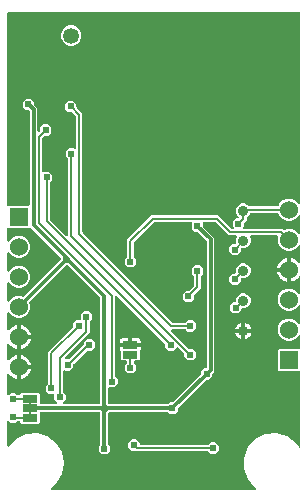
<source format=gbr>
G04 EAGLE Gerber RS-274X export*
G75*
%MOMM*%
%FSLAX34Y34*%
%LPD*%
%INBottom Copper*%
%IPPOS*%
%AMOC8*
5,1,8,0,0,1.08239X$1,22.5*%
G01*
%ADD10R,1.270000X0.635000*%
%ADD11C,0.203200*%
%ADD12R,1.524000X1.524000*%
%ADD13C,1.524000*%
%ADD14C,0.889000*%
%ADD15C,0.609600*%
%ADD16C,0.304800*%
%ADD17C,1.350000*%

G36*
X141025Y77844D02*
X141025Y77844D01*
X141046Y77842D01*
X141157Y77864D01*
X141268Y77881D01*
X141286Y77890D01*
X141307Y77894D01*
X141346Y77918D01*
X141507Y77996D01*
X141589Y78073D01*
X141633Y78101D01*
X142897Y79365D01*
X144684Y79365D01*
X144705Y79368D01*
X144726Y79366D01*
X144836Y79388D01*
X144947Y79405D01*
X144966Y79414D01*
X144986Y79418D01*
X145025Y79442D01*
X145186Y79520D01*
X145269Y79597D01*
X145312Y79625D01*
X168776Y103089D01*
X168789Y103106D01*
X168805Y103119D01*
X168867Y103213D01*
X168934Y103303D01*
X168941Y103323D01*
X168952Y103340D01*
X168962Y103385D01*
X169021Y103554D01*
X169025Y103667D01*
X169036Y103717D01*
X169036Y105504D01*
X171864Y108332D01*
X173101Y108332D01*
X173203Y108347D01*
X173305Y108355D01*
X173333Y108367D01*
X173364Y108372D01*
X173456Y108416D01*
X173552Y108454D01*
X173575Y108474D01*
X173603Y108487D01*
X173678Y108557D01*
X173758Y108622D01*
X173775Y108648D01*
X173797Y108669D01*
X173848Y108758D01*
X173905Y108843D01*
X173911Y108867D01*
X173929Y108899D01*
X173987Y109159D01*
X173984Y109197D01*
X173989Y109220D01*
X173989Y215688D01*
X173986Y215709D01*
X173988Y215730D01*
X173966Y215840D01*
X173949Y215951D01*
X173940Y215970D01*
X173936Y215990D01*
X173912Y216029D01*
X173834Y216190D01*
X173757Y216273D01*
X173729Y216316D01*
X166532Y223513D01*
X166515Y223526D01*
X166502Y223542D01*
X166408Y223604D01*
X166318Y223671D01*
X166298Y223678D01*
X166281Y223689D01*
X166236Y223699D01*
X166067Y223758D01*
X165954Y223762D01*
X165904Y223773D01*
X164117Y223773D01*
X161289Y226601D01*
X161289Y230599D01*
X161329Y230639D01*
X161360Y230680D01*
X161397Y230716D01*
X161438Y230787D01*
X161487Y230853D01*
X161504Y230902D01*
X161529Y230946D01*
X161547Y231026D01*
X161574Y231104D01*
X161576Y231156D01*
X161587Y231206D01*
X161580Y231288D01*
X161583Y231370D01*
X161570Y231419D01*
X161565Y231471D01*
X161535Y231547D01*
X161513Y231626D01*
X161486Y231670D01*
X161466Y231718D01*
X161415Y231781D01*
X161371Y231850D01*
X161331Y231884D01*
X161299Y231924D01*
X161230Y231969D01*
X161168Y232022D01*
X161121Y232043D01*
X161078Y232071D01*
X161027Y232083D01*
X160924Y232127D01*
X160745Y232145D01*
X160701Y232155D01*
X129796Y232155D01*
X129775Y232152D01*
X129754Y232154D01*
X129644Y232132D01*
X129533Y232115D01*
X129514Y232106D01*
X129493Y232102D01*
X129455Y232078D01*
X129293Y232000D01*
X129211Y231923D01*
X129167Y231895D01*
X112355Y215083D01*
X112342Y215066D01*
X112326Y215052D01*
X112264Y214959D01*
X112197Y214869D01*
X112190Y214849D01*
X112179Y214831D01*
X112169Y214787D01*
X112110Y214618D01*
X112106Y214505D01*
X112095Y214454D01*
X112095Y203027D01*
X112098Y203007D01*
X112096Y202986D01*
X112118Y202875D01*
X112135Y202764D01*
X112144Y202746D01*
X112148Y202725D01*
X112172Y202686D01*
X112250Y202525D01*
X112327Y202443D01*
X112355Y202399D01*
X114127Y200627D01*
X114127Y196629D01*
X111299Y193801D01*
X107301Y193801D01*
X104473Y196629D01*
X104473Y200627D01*
X106245Y202399D01*
X106258Y202416D01*
X106274Y202429D01*
X106336Y202523D01*
X106403Y202613D01*
X106410Y202633D01*
X106421Y202650D01*
X106431Y202695D01*
X106490Y202864D01*
X106494Y202977D01*
X106505Y203027D01*
X106505Y217138D01*
X127112Y237745D01*
X183530Y237745D01*
X194699Y226575D01*
X194716Y226562D01*
X194730Y226546D01*
X194823Y226484D01*
X194913Y226417D01*
X194933Y226410D01*
X194951Y226399D01*
X194995Y226389D01*
X195164Y226330D01*
X195277Y226326D01*
X195328Y226315D01*
X196007Y226315D01*
X196058Y226322D01*
X196109Y226321D01*
X196189Y226342D01*
X196270Y226355D01*
X196316Y226377D01*
X196366Y226391D01*
X196435Y226435D01*
X196509Y226470D01*
X196547Y226506D01*
X196590Y226533D01*
X196643Y226596D01*
X196703Y226652D01*
X196729Y226696D01*
X196762Y226736D01*
X196795Y226811D01*
X196835Y226882D01*
X196846Y226933D01*
X196867Y226980D01*
X196875Y227062D01*
X196893Y227142D01*
X196889Y227193D01*
X196894Y227245D01*
X196878Y227325D01*
X196871Y227407D01*
X196852Y227455D01*
X196842Y227505D01*
X196814Y227549D01*
X196772Y227654D01*
X196659Y227793D01*
X196635Y227831D01*
X196087Y228379D01*
X196087Y232377D01*
X198915Y235205D01*
X200449Y235205D01*
X200500Y235212D01*
X200552Y235211D01*
X200631Y235232D01*
X200712Y235245D01*
X200758Y235267D01*
X200808Y235281D01*
X200878Y235325D01*
X200951Y235360D01*
X200989Y235395D01*
X201033Y235423D01*
X201086Y235486D01*
X201146Y235542D01*
X201171Y235586D01*
X201205Y235626D01*
X201237Y235701D01*
X201278Y235772D01*
X201289Y235823D01*
X201309Y235870D01*
X201318Y235952D01*
X201335Y236032D01*
X201331Y236083D01*
X201336Y236135D01*
X201320Y236215D01*
X201314Y236297D01*
X201295Y236345D01*
X201284Y236395D01*
X201257Y236439D01*
X201215Y236544D01*
X201102Y236683D01*
X201077Y236721D01*
X199724Y238075D01*
X198776Y240362D01*
X198776Y242838D01*
X199724Y245125D01*
X201475Y246876D01*
X203762Y247824D01*
X206238Y247824D01*
X208525Y246876D01*
X209777Y245625D01*
X209794Y245612D01*
X209807Y245596D01*
X209900Y245534D01*
X209991Y245467D01*
X210011Y245460D01*
X210028Y245449D01*
X210073Y245439D01*
X210242Y245380D01*
X210355Y245376D01*
X210405Y245365D01*
X233991Y245365D01*
X234052Y245374D01*
X234114Y245373D01*
X234183Y245394D01*
X234254Y245405D01*
X234310Y245432D01*
X234369Y245449D01*
X234429Y245489D01*
X234493Y245520D01*
X234538Y245563D01*
X234590Y245597D01*
X234618Y245636D01*
X234687Y245702D01*
X234794Y245888D01*
X234812Y245913D01*
X235632Y247894D01*
X238276Y250538D01*
X241730Y251969D01*
X245470Y251969D01*
X248924Y250538D01*
X251568Y247894D01*
X251683Y247615D01*
X251731Y247536D01*
X251771Y247453D01*
X251799Y247423D01*
X251821Y247387D01*
X251890Y247326D01*
X251953Y247258D01*
X251988Y247238D01*
X252019Y247211D01*
X252103Y247172D01*
X252183Y247127D01*
X252224Y247118D01*
X252261Y247101D01*
X252353Y247089D01*
X252443Y247069D01*
X252484Y247072D01*
X252525Y247067D01*
X252616Y247083D01*
X252708Y247090D01*
X252746Y247106D01*
X252787Y247113D01*
X252869Y247155D01*
X252955Y247189D01*
X252987Y247215D01*
X253023Y247234D01*
X253089Y247299D01*
X253161Y247357D01*
X253184Y247391D01*
X253213Y247420D01*
X253257Y247501D01*
X253308Y247578D01*
X253315Y247609D01*
X253340Y247654D01*
X253391Y247915D01*
X253388Y247935D01*
X253392Y247955D01*
X253392Y408904D01*
X253377Y409006D01*
X253369Y409108D01*
X253357Y409136D01*
X253352Y409167D01*
X253308Y409259D01*
X253270Y409355D01*
X253250Y409378D01*
X253237Y409406D01*
X253167Y409481D01*
X253102Y409561D01*
X253076Y409578D01*
X253055Y409600D01*
X252966Y409651D01*
X252881Y409708D01*
X252857Y409714D01*
X252825Y409732D01*
X252565Y409790D01*
X252527Y409787D01*
X252504Y409792D01*
X6096Y409792D01*
X5994Y409777D01*
X5892Y409769D01*
X5864Y409757D01*
X5833Y409752D01*
X5741Y409708D01*
X5645Y409670D01*
X5622Y409650D01*
X5594Y409637D01*
X5519Y409567D01*
X5439Y409502D01*
X5422Y409476D01*
X5400Y409455D01*
X5349Y409366D01*
X5292Y409281D01*
X5286Y409257D01*
X5268Y409225D01*
X5210Y408965D01*
X5213Y408927D01*
X5208Y408904D01*
X5208Y246582D01*
X5215Y246531D01*
X5214Y246479D01*
X5235Y246400D01*
X5248Y246319D01*
X5270Y246272D01*
X5284Y246222D01*
X5328Y246153D01*
X5363Y246080D01*
X5399Y246042D01*
X5426Y245998D01*
X5489Y245945D01*
X5545Y245885D01*
X5590Y245860D01*
X5629Y245826D01*
X5704Y245794D01*
X5775Y245753D01*
X5826Y245742D01*
X5873Y245722D01*
X5955Y245713D01*
X6035Y245695D01*
X6086Y245700D01*
X6138Y245694D01*
X6218Y245710D01*
X6300Y245717D01*
X6348Y245736D01*
X6398Y245746D01*
X6442Y245774D01*
X6547Y245816D01*
X6616Y245873D01*
X23241Y245873D01*
X23343Y245888D01*
X23445Y245896D01*
X23473Y245908D01*
X23504Y245913D01*
X23596Y245957D01*
X23692Y245995D01*
X23715Y246015D01*
X23743Y246028D01*
X23818Y246098D01*
X23898Y246163D01*
X23915Y246189D01*
X23937Y246210D01*
X23988Y246299D01*
X24045Y246384D01*
X24051Y246408D01*
X24069Y246440D01*
X24127Y246700D01*
X24124Y246737D01*
X24127Y246751D01*
X24129Y246761D01*
X24129Y325670D01*
X24126Y325691D01*
X24128Y325712D01*
X24106Y325822D01*
X24089Y325933D01*
X24080Y325952D01*
X24076Y325972D01*
X24052Y326011D01*
X23974Y326172D01*
X23897Y326255D01*
X23869Y326298D01*
X23530Y326637D01*
X23513Y326650D01*
X23500Y326666D01*
X23406Y326728D01*
X23316Y326795D01*
X23296Y326802D01*
X23279Y326813D01*
X23234Y326823D01*
X23065Y326882D01*
X22952Y326886D01*
X22902Y326897D01*
X21115Y326897D01*
X18287Y329725D01*
X18287Y333723D01*
X21115Y336551D01*
X25113Y336551D01*
X27941Y333723D01*
X27941Y331936D01*
X27944Y331915D01*
X27942Y331894D01*
X27964Y331784D01*
X27981Y331673D01*
X27990Y331654D01*
X27994Y331634D01*
X28018Y331595D01*
X28096Y331434D01*
X28173Y331351D01*
X28201Y331308D01*
X30735Y328774D01*
X30735Y309119D01*
X30742Y309068D01*
X30741Y309017D01*
X30762Y308938D01*
X30775Y308857D01*
X30797Y308810D01*
X30811Y308760D01*
X30855Y308691D01*
X30890Y308617D01*
X30926Y308580D01*
X30953Y308536D01*
X31016Y308483D01*
X31072Y308423D01*
X31116Y308397D01*
X31156Y308364D01*
X31231Y308332D01*
X31302Y308291D01*
X31353Y308280D01*
X31400Y308260D01*
X31482Y308251D01*
X31562Y308233D01*
X31613Y308238D01*
X31665Y308232D01*
X31745Y308248D01*
X31827Y308255D01*
X31875Y308274D01*
X31925Y308284D01*
X31969Y308312D01*
X32074Y308354D01*
X32213Y308467D01*
X32251Y308491D01*
X32505Y308745D01*
X32518Y308762D01*
X32534Y308776D01*
X32596Y308869D01*
X32663Y308959D01*
X32670Y308979D01*
X32681Y308997D01*
X32691Y309041D01*
X32750Y309211D01*
X32754Y309323D01*
X32765Y309374D01*
X32765Y311879D01*
X35593Y314707D01*
X39591Y314707D01*
X42419Y311879D01*
X42419Y307881D01*
X39591Y305053D01*
X37086Y305053D01*
X37065Y305050D01*
X37044Y305052D01*
X36934Y305030D01*
X36823Y305013D01*
X36804Y305004D01*
X36783Y305000D01*
X36745Y304976D01*
X36583Y304898D01*
X36501Y304821D01*
X36457Y304793D01*
X35059Y303395D01*
X35046Y303378D01*
X35030Y303364D01*
X35014Y303340D01*
X34996Y303323D01*
X34959Y303260D01*
X34901Y303181D01*
X34894Y303161D01*
X34883Y303143D01*
X34876Y303114D01*
X34864Y303092D01*
X34852Y303038D01*
X34814Y302930D01*
X34811Y302857D01*
X34806Y302833D01*
X34808Y302808D01*
X34799Y302766D01*
X34799Y275163D01*
X34806Y275112D01*
X34805Y275061D01*
X34826Y274981D01*
X34839Y274900D01*
X34861Y274854D01*
X34875Y274804D01*
X34919Y274735D01*
X34954Y274661D01*
X34990Y274623D01*
X35017Y274580D01*
X35080Y274527D01*
X35136Y274467D01*
X35181Y274441D01*
X35220Y274408D01*
X35295Y274375D01*
X35366Y274335D01*
X35417Y274324D01*
X35464Y274303D01*
X35546Y274295D01*
X35626Y274277D01*
X35677Y274281D01*
X35729Y274276D01*
X35809Y274292D01*
X35891Y274299D01*
X35939Y274318D01*
X35989Y274328D01*
X36033Y274356D01*
X36138Y274398D01*
X36277Y274511D01*
X36315Y274535D01*
X36609Y274829D01*
X40607Y274829D01*
X43435Y272001D01*
X43435Y268003D01*
X41663Y266231D01*
X41650Y266214D01*
X41634Y266201D01*
X41572Y266107D01*
X41505Y266017D01*
X41498Y265997D01*
X41487Y265980D01*
X41477Y265935D01*
X41418Y265766D01*
X41414Y265653D01*
X41403Y265603D01*
X41403Y234444D01*
X41406Y234423D01*
X41404Y234402D01*
X41426Y234292D01*
X41443Y234181D01*
X41452Y234162D01*
X41456Y234141D01*
X41480Y234103D01*
X41558Y233941D01*
X41635Y233859D01*
X41663Y233815D01*
X55125Y220353D01*
X55166Y220323D01*
X55202Y220285D01*
X55273Y220244D01*
X55339Y220196D01*
X55388Y220179D01*
X55432Y220153D01*
X55512Y220135D01*
X55590Y220108D01*
X55642Y220107D01*
X55692Y220095D01*
X55774Y220102D01*
X55856Y220099D01*
X55905Y220113D01*
X55957Y220117D01*
X56033Y220147D01*
X56112Y220169D01*
X56156Y220197D01*
X56204Y220216D01*
X56267Y220268D01*
X56336Y220312D01*
X56370Y220351D01*
X56410Y220384D01*
X56455Y220452D01*
X56508Y220514D01*
X56529Y220562D01*
X56557Y220605D01*
X56569Y220655D01*
X56613Y220759D01*
X56631Y220937D01*
X56641Y220981D01*
X56641Y285415D01*
X56638Y285435D01*
X56640Y285456D01*
X56618Y285567D01*
X56601Y285678D01*
X56592Y285696D01*
X56588Y285717D01*
X56564Y285756D01*
X56486Y285917D01*
X56409Y285999D01*
X56381Y286043D01*
X54609Y287815D01*
X54609Y291813D01*
X57437Y294641D01*
X61435Y294641D01*
X61729Y294347D01*
X61770Y294317D01*
X61806Y294279D01*
X61877Y294238D01*
X61943Y294189D01*
X61992Y294172D01*
X62036Y294147D01*
X62116Y294129D01*
X62194Y294102D01*
X62246Y294100D01*
X62296Y294089D01*
X62378Y294096D01*
X62460Y294093D01*
X62509Y294106D01*
X62561Y294111D01*
X62637Y294141D01*
X62716Y294163D01*
X62760Y294190D01*
X62808Y294210D01*
X62871Y294261D01*
X62940Y294305D01*
X62974Y294345D01*
X63014Y294377D01*
X63059Y294446D01*
X63112Y294508D01*
X63133Y294555D01*
X63161Y294598D01*
X63173Y294649D01*
X63217Y294752D01*
X63235Y294931D01*
X63245Y294975D01*
X63245Y321308D01*
X63242Y321329D01*
X63244Y321350D01*
X63222Y321460D01*
X63205Y321571D01*
X63196Y321590D01*
X63192Y321611D01*
X63168Y321649D01*
X63090Y321811D01*
X63013Y321893D01*
X62985Y321937D01*
X60063Y324859D01*
X60046Y324872D01*
X60032Y324888D01*
X59939Y324950D01*
X59849Y325017D01*
X59829Y325024D01*
X59811Y325035D01*
X59767Y325045D01*
X59598Y325104D01*
X59485Y325108D01*
X59434Y325119D01*
X56929Y325119D01*
X54101Y327947D01*
X54101Y331945D01*
X56929Y334773D01*
X60927Y334773D01*
X63755Y331945D01*
X63755Y329440D01*
X63758Y329419D01*
X63756Y329398D01*
X63778Y329288D01*
X63795Y329177D01*
X63804Y329158D01*
X63808Y329137D01*
X63832Y329099D01*
X63910Y328937D01*
X63987Y328855D01*
X64015Y328811D01*
X68835Y323992D01*
X68835Y223522D01*
X68838Y223501D01*
X68836Y223480D01*
X68858Y223370D01*
X68875Y223259D01*
X68884Y223240D01*
X68888Y223219D01*
X68912Y223181D01*
X68990Y223019D01*
X69067Y222937D01*
X69095Y222893D01*
X144915Y147073D01*
X144932Y147060D01*
X144946Y147044D01*
X145039Y146982D01*
X145129Y146915D01*
X145149Y146908D01*
X145167Y146897D01*
X145211Y146887D01*
X145380Y146828D01*
X145493Y146824D01*
X145544Y146813D01*
X155875Y146813D01*
X155895Y146816D01*
X155916Y146814D01*
X156027Y146836D01*
X156138Y146853D01*
X156156Y146862D01*
X156177Y146866D01*
X156216Y146890D01*
X156377Y146968D01*
X156459Y147045D01*
X156503Y147073D01*
X158275Y148845D01*
X162273Y148845D01*
X165101Y146017D01*
X165101Y142019D01*
X162273Y139191D01*
X158275Y139191D01*
X156503Y140963D01*
X156486Y140976D01*
X156473Y140992D01*
X156379Y141054D01*
X156289Y141121D01*
X156269Y141128D01*
X156252Y141139D01*
X156207Y141149D01*
X156038Y141208D01*
X155925Y141212D01*
X155875Y141223D01*
X144781Y141223D01*
X144731Y141216D01*
X144679Y141217D01*
X144600Y141196D01*
X144519Y141183D01*
X144472Y141161D01*
X144422Y141147D01*
X144353Y141103D01*
X144279Y141068D01*
X144242Y141033D01*
X144198Y141005D01*
X144145Y140942D01*
X144085Y140886D01*
X144059Y140842D01*
X144026Y140802D01*
X143994Y140727D01*
X143953Y140656D01*
X143942Y140605D01*
X143922Y140558D01*
X143913Y140476D01*
X143895Y140396D01*
X143900Y140345D01*
X143894Y140293D01*
X143910Y140213D01*
X143917Y140131D01*
X143936Y140083D01*
X143946Y140033D01*
X143974Y139989D01*
X144016Y139884D01*
X144129Y139745D01*
X144153Y139707D01*
X158885Y124975D01*
X158902Y124962D01*
X158916Y124946D01*
X159009Y124884D01*
X159099Y124817D01*
X159119Y124810D01*
X159137Y124799D01*
X159181Y124789D01*
X159350Y124730D01*
X159463Y124726D01*
X159514Y124715D01*
X162019Y124715D01*
X164847Y121887D01*
X164847Y117889D01*
X162019Y115061D01*
X158021Y115061D01*
X155193Y117889D01*
X155193Y120394D01*
X155190Y120415D01*
X155192Y120436D01*
X155170Y120546D01*
X155153Y120657D01*
X155144Y120676D01*
X155140Y120697D01*
X155116Y120735D01*
X155038Y120897D01*
X154961Y120979D01*
X154933Y121023D01*
X149766Y126190D01*
X149683Y126251D01*
X149605Y126317D01*
X149577Y126329D01*
X149552Y126347D01*
X149455Y126381D01*
X149361Y126422D01*
X149330Y126425D01*
X149301Y126435D01*
X149198Y126438D01*
X149096Y126449D01*
X149066Y126443D01*
X149035Y126444D01*
X148936Y126417D01*
X148836Y126397D01*
X148815Y126384D01*
X148779Y126374D01*
X148554Y126231D01*
X148530Y126203D01*
X148510Y126190D01*
X145509Y123189D01*
X141511Y123189D01*
X138683Y126017D01*
X138683Y128522D01*
X138680Y128543D01*
X138682Y128564D01*
X138660Y128674D01*
X138643Y128785D01*
X138634Y128804D01*
X138630Y128825D01*
X138606Y128863D01*
X138528Y129025D01*
X138451Y129107D01*
X138423Y129151D01*
X98037Y169537D01*
X97996Y169567D01*
X97960Y169605D01*
X97889Y169646D01*
X97823Y169694D01*
X97774Y169711D01*
X97730Y169737D01*
X97650Y169755D01*
X97572Y169782D01*
X97520Y169783D01*
X97470Y169795D01*
X97388Y169788D01*
X97306Y169791D01*
X97257Y169777D01*
X97205Y169773D01*
X97129Y169743D01*
X97050Y169721D01*
X97006Y169693D01*
X96958Y169674D01*
X96895Y169622D01*
X96826Y169578D01*
X96792Y169539D01*
X96752Y169506D01*
X96707Y169438D01*
X96654Y169376D01*
X96633Y169328D01*
X96605Y169285D01*
X96593Y169235D01*
X96549Y169131D01*
X96531Y168953D01*
X96521Y168909D01*
X96521Y101427D01*
X96524Y101407D01*
X96522Y101386D01*
X96544Y101275D01*
X96561Y101164D01*
X96570Y101146D01*
X96574Y101125D01*
X96598Y101086D01*
X96676Y100925D01*
X96753Y100843D01*
X96781Y100799D01*
X98553Y99027D01*
X98553Y95029D01*
X95725Y92201D01*
X91567Y92201D01*
X91465Y92186D01*
X91363Y92178D01*
X91335Y92166D01*
X91304Y92161D01*
X91212Y92117D01*
X91116Y92079D01*
X91093Y92059D01*
X91065Y92046D01*
X90990Y91976D01*
X90910Y91911D01*
X90893Y91885D01*
X90871Y91864D01*
X90820Y91775D01*
X90763Y91690D01*
X90757Y91666D01*
X90739Y91634D01*
X90681Y91374D01*
X90684Y91336D01*
X90679Y91313D01*
X90679Y78729D01*
X90694Y78627D01*
X90702Y78525D01*
X90714Y78497D01*
X90719Y78466D01*
X90763Y78374D01*
X90801Y78278D01*
X90821Y78255D01*
X90834Y78227D01*
X90904Y78152D01*
X90969Y78072D01*
X90995Y78055D01*
X91016Y78033D01*
X91105Y77982D01*
X91190Y77925D01*
X91214Y77919D01*
X91246Y77901D01*
X91506Y77843D01*
X91544Y77846D01*
X91567Y77841D01*
X141005Y77841D01*
X141025Y77844D01*
G37*
G36*
X215175Y5217D02*
X215175Y5217D01*
X215237Y5216D01*
X215306Y5237D01*
X215377Y5248D01*
X215433Y5274D01*
X215492Y5292D01*
X215551Y5332D01*
X215616Y5363D01*
X215662Y5406D01*
X215713Y5440D01*
X215758Y5496D01*
X215811Y5545D01*
X215841Y5598D01*
X215880Y5646D01*
X215907Y5713D01*
X215943Y5775D01*
X215956Y5836D01*
X215979Y5893D01*
X215985Y5965D01*
X216000Y6035D01*
X215995Y6097D01*
X216000Y6158D01*
X215985Y6228D01*
X215979Y6300D01*
X215956Y6357D01*
X215942Y6417D01*
X215906Y6480D01*
X215880Y6547D01*
X215841Y6595D01*
X215810Y6648D01*
X215773Y6678D01*
X215712Y6753D01*
X215534Y6871D01*
X215510Y6891D01*
X214984Y7153D01*
X208609Y14146D01*
X205191Y22969D01*
X205191Y32431D01*
X208609Y41254D01*
X214984Y48247D01*
X223454Y52464D01*
X232876Y53338D01*
X241977Y50748D01*
X249528Y45046D01*
X251749Y41458D01*
X251762Y41443D01*
X251771Y41424D01*
X251848Y41341D01*
X251921Y41256D01*
X251938Y41245D01*
X251953Y41229D01*
X252050Y41174D01*
X252145Y41113D01*
X252165Y41108D01*
X252183Y41098D01*
X252293Y41073D01*
X252402Y41044D01*
X252423Y41044D01*
X252443Y41040D01*
X252555Y41049D01*
X252668Y41053D01*
X252687Y41060D01*
X252708Y41061D01*
X252812Y41103D01*
X252919Y41140D01*
X252935Y41153D01*
X252955Y41160D01*
X253042Y41231D01*
X253132Y41298D01*
X253145Y41315D01*
X253161Y41328D01*
X253223Y41422D01*
X253290Y41512D01*
X253297Y41532D01*
X253308Y41549D01*
X253318Y41593D01*
X253377Y41763D01*
X253381Y41876D01*
X253392Y41926D01*
X253392Y105462D01*
X253385Y105513D01*
X253386Y105565D01*
X253365Y105644D01*
X253352Y105725D01*
X253330Y105772D01*
X253316Y105822D01*
X253272Y105891D01*
X253237Y105964D01*
X253201Y106002D01*
X253174Y106046D01*
X253111Y106099D01*
X253055Y106159D01*
X253010Y106184D01*
X252971Y106218D01*
X252896Y106250D01*
X252825Y106291D01*
X252774Y106302D01*
X252727Y106322D01*
X252645Y106331D01*
X252565Y106349D01*
X252514Y106344D01*
X252462Y106350D01*
X252382Y106334D01*
X252300Y106327D01*
X252252Y106308D01*
X252202Y106298D01*
X252158Y106270D01*
X252053Y106228D01*
X251984Y106171D01*
X235243Y106171D01*
X234201Y107213D01*
X234201Y123927D01*
X235243Y124969D01*
X251974Y124969D01*
X252024Y124941D01*
X252090Y124892D01*
X252139Y124875D01*
X252183Y124849D01*
X252263Y124831D01*
X252341Y124804D01*
X252393Y124803D01*
X252443Y124791D01*
X252525Y124798D01*
X252607Y124795D01*
X252656Y124809D01*
X252708Y124813D01*
X252784Y124844D01*
X252863Y124865D01*
X252907Y124893D01*
X252955Y124912D01*
X253018Y124964D01*
X253087Y125008D01*
X253121Y125047D01*
X253161Y125080D01*
X253206Y125148D01*
X253259Y125210D01*
X253280Y125258D01*
X253308Y125301D01*
X253320Y125351D01*
X253364Y125455D01*
X253382Y125633D01*
X253392Y125678D01*
X253392Y135585D01*
X253378Y135677D01*
X253373Y135769D01*
X253359Y135807D01*
X253352Y135848D01*
X253312Y135931D01*
X253280Y136018D01*
X253255Y136050D01*
X253237Y136087D01*
X253174Y136155D01*
X253117Y136228D01*
X253084Y136251D01*
X253055Y136282D01*
X252975Y136327D01*
X252900Y136380D01*
X252860Y136393D01*
X252825Y136413D01*
X252734Y136434D01*
X252646Y136462D01*
X252605Y136462D01*
X252565Y136471D01*
X252473Y136464D01*
X252381Y136465D01*
X252341Y136453D01*
X252300Y136450D01*
X252214Y136415D01*
X252126Y136389D01*
X252092Y136366D01*
X252053Y136351D01*
X251982Y136292D01*
X251905Y136241D01*
X251887Y136216D01*
X251847Y136183D01*
X251700Y135962D01*
X251695Y135942D01*
X251683Y135925D01*
X251568Y135646D01*
X248924Y133002D01*
X245470Y131571D01*
X241730Y131571D01*
X238276Y133002D01*
X235632Y135646D01*
X234201Y139100D01*
X234201Y142840D01*
X235632Y146294D01*
X238276Y148938D01*
X241730Y150369D01*
X245470Y150369D01*
X248924Y148938D01*
X251568Y146294D01*
X251683Y146015D01*
X251731Y145936D01*
X251771Y145853D01*
X251799Y145823D01*
X251821Y145787D01*
X251890Y145726D01*
X251953Y145658D01*
X251988Y145638D01*
X252019Y145611D01*
X252103Y145572D01*
X252183Y145527D01*
X252224Y145518D01*
X252261Y145501D01*
X252353Y145489D01*
X252443Y145469D01*
X252484Y145472D01*
X252525Y145467D01*
X252616Y145483D01*
X252708Y145490D01*
X252746Y145506D01*
X252787Y145513D01*
X252869Y145555D01*
X252955Y145589D01*
X252987Y145615D01*
X253023Y145634D01*
X253089Y145699D01*
X253161Y145757D01*
X253184Y145791D01*
X253213Y145820D01*
X253257Y145901D01*
X253308Y145978D01*
X253315Y146009D01*
X253340Y146054D01*
X253391Y146315D01*
X253388Y146335D01*
X253392Y146355D01*
X253392Y160985D01*
X253378Y161077D01*
X253373Y161169D01*
X253359Y161207D01*
X253352Y161248D01*
X253312Y161331D01*
X253280Y161418D01*
X253255Y161450D01*
X253237Y161487D01*
X253174Y161555D01*
X253117Y161628D01*
X253084Y161651D01*
X253055Y161682D01*
X252975Y161727D01*
X252900Y161780D01*
X252860Y161793D01*
X252825Y161813D01*
X252734Y161834D01*
X252646Y161862D01*
X252605Y161862D01*
X252565Y161871D01*
X252473Y161864D01*
X252381Y161865D01*
X252341Y161853D01*
X252300Y161850D01*
X252214Y161815D01*
X252126Y161789D01*
X252092Y161766D01*
X252053Y161751D01*
X251982Y161692D01*
X251905Y161641D01*
X251887Y161616D01*
X251847Y161583D01*
X251700Y161362D01*
X251695Y161342D01*
X251683Y161325D01*
X251568Y161046D01*
X248924Y158402D01*
X245470Y156971D01*
X241730Y156971D01*
X238276Y158402D01*
X235632Y161046D01*
X234201Y164500D01*
X234201Y168240D01*
X235632Y171694D01*
X238276Y174338D01*
X241730Y175769D01*
X245470Y175769D01*
X248924Y174338D01*
X251568Y171694D01*
X251683Y171415D01*
X251731Y171336D01*
X251771Y171253D01*
X251799Y171223D01*
X251821Y171187D01*
X251890Y171126D01*
X251953Y171058D01*
X251988Y171038D01*
X252019Y171011D01*
X252103Y170972D01*
X252183Y170927D01*
X252224Y170918D01*
X252261Y170901D01*
X252353Y170889D01*
X252443Y170869D01*
X252484Y170872D01*
X252525Y170867D01*
X252616Y170883D01*
X252708Y170890D01*
X252746Y170906D01*
X252787Y170913D01*
X252869Y170955D01*
X252955Y170989D01*
X252987Y171015D01*
X253023Y171034D01*
X253089Y171099D01*
X253161Y171157D01*
X253184Y171191D01*
X253213Y171220D01*
X253257Y171301D01*
X253308Y171378D01*
X253315Y171409D01*
X253340Y171454D01*
X253391Y171715D01*
X253388Y171735D01*
X253392Y171755D01*
X253392Y185228D01*
X253374Y185347D01*
X253359Y185467D01*
X253354Y185478D01*
X253352Y185491D01*
X253300Y185599D01*
X253250Y185709D01*
X253242Y185719D01*
X253237Y185730D01*
X253154Y185818D01*
X253074Y185909D01*
X253064Y185915D01*
X253055Y185924D01*
X252951Y185984D01*
X252847Y186047D01*
X252835Y186050D01*
X252825Y186056D01*
X252707Y186082D01*
X252589Y186112D01*
X252577Y186111D01*
X252565Y186114D01*
X252444Y186104D01*
X252324Y186098D01*
X252312Y186093D01*
X252300Y186092D01*
X252188Y186047D01*
X252075Y186005D01*
X252067Y185999D01*
X252053Y185993D01*
X251847Y185826D01*
X251813Y185774D01*
X251785Y185750D01*
X251350Y185151D01*
X250219Y184020D01*
X248925Y183080D01*
X247500Y182354D01*
X245979Y181859D01*
X245377Y181764D01*
X245377Y190881D01*
X245362Y190982D01*
X245353Y191085D01*
X245342Y191113D01*
X245337Y191144D01*
X245293Y191236D01*
X245254Y191331D01*
X245235Y191355D01*
X245222Y191383D01*
X245152Y191458D01*
X245087Y191538D01*
X245061Y191555D01*
X245040Y191577D01*
X244951Y191628D01*
X244866Y191685D01*
X244842Y191690D01*
X244810Y191709D01*
X244550Y191767D01*
X244512Y191764D01*
X244489Y191769D01*
X243599Y191769D01*
X243599Y191771D01*
X244489Y191771D01*
X244590Y191786D01*
X244693Y191795D01*
X244721Y191806D01*
X244752Y191811D01*
X244844Y191855D01*
X244939Y191894D01*
X244963Y191913D01*
X244991Y191926D01*
X245066Y191996D01*
X245146Y192061D01*
X245163Y192087D01*
X245185Y192108D01*
X245236Y192197D01*
X245293Y192282D01*
X245299Y192306D01*
X245317Y192339D01*
X245375Y192598D01*
X245372Y192636D01*
X245377Y192659D01*
X245377Y201776D01*
X245979Y201681D01*
X247500Y201186D01*
X248925Y200460D01*
X250219Y199520D01*
X251350Y198389D01*
X251785Y197790D01*
X251870Y197704D01*
X251953Y197616D01*
X251963Y197610D01*
X251972Y197601D01*
X252079Y197544D01*
X252183Y197484D01*
X252196Y197481D01*
X252206Y197475D01*
X252325Y197452D01*
X252443Y197426D01*
X252455Y197427D01*
X252467Y197425D01*
X252588Y197438D01*
X252708Y197448D01*
X252719Y197452D01*
X252732Y197454D01*
X252843Y197502D01*
X252955Y197547D01*
X252964Y197555D01*
X252975Y197559D01*
X253067Y197638D01*
X253161Y197714D01*
X253168Y197725D01*
X253177Y197733D01*
X253241Y197835D01*
X253308Y197935D01*
X253311Y197945D01*
X253318Y197958D01*
X253387Y198215D01*
X253384Y198277D01*
X253392Y198312D01*
X253392Y211785D01*
X253378Y211877D01*
X253373Y211969D01*
X253359Y212007D01*
X253352Y212048D01*
X253312Y212131D01*
X253280Y212218D01*
X253255Y212250D01*
X253237Y212287D01*
X253174Y212355D01*
X253117Y212428D01*
X253084Y212451D01*
X253055Y212482D01*
X252975Y212527D01*
X252900Y212580D01*
X252860Y212593D01*
X252825Y212613D01*
X252734Y212634D01*
X252646Y212662D01*
X252605Y212662D01*
X252565Y212671D01*
X252473Y212664D01*
X252381Y212665D01*
X252341Y212653D01*
X252300Y212650D01*
X252214Y212615D01*
X252126Y212589D01*
X252092Y212566D01*
X252053Y212551D01*
X251982Y212492D01*
X251905Y212441D01*
X251887Y212416D01*
X251847Y212383D01*
X251700Y212162D01*
X251695Y212142D01*
X251683Y212125D01*
X251568Y211846D01*
X248924Y209202D01*
X245470Y207771D01*
X241730Y207771D01*
X238276Y209202D01*
X235632Y211846D01*
X234201Y215300D01*
X234201Y219040D01*
X234391Y219497D01*
X234393Y219507D01*
X234399Y219516D01*
X234425Y219636D01*
X234455Y219755D01*
X234454Y219766D01*
X234456Y219776D01*
X234446Y219897D01*
X234439Y220020D01*
X234436Y220030D01*
X234435Y220041D01*
X234389Y220155D01*
X234346Y220269D01*
X234340Y220278D01*
X234336Y220288D01*
X234258Y220384D01*
X234183Y220480D01*
X234175Y220486D01*
X234168Y220494D01*
X234066Y220562D01*
X233966Y220632D01*
X233956Y220636D01*
X233947Y220641D01*
X233917Y220648D01*
X233713Y220714D01*
X233617Y220715D01*
X233570Y220725D01*
X211191Y220725D01*
X211181Y220724D01*
X211171Y220725D01*
X211050Y220704D01*
X210929Y220685D01*
X210919Y220681D01*
X210909Y220679D01*
X210800Y220623D01*
X210689Y220570D01*
X210682Y220562D01*
X210672Y220558D01*
X210585Y220472D01*
X210495Y220388D01*
X210490Y220379D01*
X210482Y220372D01*
X210424Y220264D01*
X210363Y220158D01*
X210361Y220147D01*
X210356Y220138D01*
X210332Y220018D01*
X210305Y219898D01*
X210306Y219888D01*
X210304Y219877D01*
X210310Y219847D01*
X210327Y219633D01*
X210363Y219544D01*
X210371Y219497D01*
X211224Y217438D01*
X211224Y214962D01*
X210276Y212675D01*
X208525Y210924D01*
X206238Y209976D01*
X203585Y209976D01*
X203517Y209966D01*
X203400Y209959D01*
X203389Y209955D01*
X203377Y209954D01*
X203339Y209939D01*
X203323Y209936D01*
X203273Y209913D01*
X203264Y209909D01*
X203151Y209867D01*
X203141Y209860D01*
X203130Y209855D01*
X203095Y209826D01*
X203083Y209821D01*
X203052Y209792D01*
X203036Y209778D01*
X202940Y209705D01*
X202933Y209695D01*
X202924Y209688D01*
X202897Y209647D01*
X202889Y209639D01*
X202871Y209609D01*
X202856Y209586D01*
X202787Y209487D01*
X202783Y209476D01*
X202777Y209467D01*
X202769Y209434D01*
X202767Y209425D01*
X202757Y209409D01*
X202748Y209368D01*
X202705Y209235D01*
X202704Y209170D01*
X202699Y209149D01*
X202701Y209127D01*
X202693Y209090D01*
X202693Y206789D01*
X199865Y203961D01*
X195867Y203961D01*
X193039Y206789D01*
X193039Y210787D01*
X195867Y213615D01*
X198005Y213615D01*
X198015Y213616D01*
X198026Y213615D01*
X198147Y213636D01*
X198268Y213655D01*
X198277Y213659D01*
X198288Y213661D01*
X198397Y213717D01*
X198507Y213770D01*
X198515Y213778D01*
X198524Y213782D01*
X198612Y213868D01*
X198701Y213952D01*
X198707Y213961D01*
X198714Y213968D01*
X198773Y214076D01*
X198833Y214182D01*
X198836Y214193D01*
X198841Y214202D01*
X198864Y214322D01*
X198891Y214442D01*
X198890Y214452D01*
X198892Y214463D01*
X198887Y214494D01*
X198870Y214707D01*
X198834Y214795D01*
X198826Y214843D01*
X198776Y214962D01*
X198776Y217438D01*
X199629Y219497D01*
X199632Y219507D01*
X199637Y219516D01*
X199664Y219636D01*
X199693Y219755D01*
X199692Y219766D01*
X199695Y219776D01*
X199685Y219897D01*
X199678Y220021D01*
X199674Y220030D01*
X199673Y220041D01*
X199627Y220155D01*
X199584Y220269D01*
X199578Y220278D01*
X199574Y220288D01*
X199497Y220383D01*
X199422Y220480D01*
X199413Y220486D01*
X199406Y220494D01*
X199304Y220562D01*
X199204Y220632D01*
X199194Y220636D01*
X199185Y220641D01*
X199155Y220648D01*
X198951Y220714D01*
X198856Y220715D01*
X198809Y220725D01*
X192644Y220725D01*
X181475Y231895D01*
X181458Y231908D01*
X181444Y231924D01*
X181351Y231986D01*
X181261Y232053D01*
X181241Y232060D01*
X181223Y232071D01*
X181179Y232081D01*
X181010Y232140D01*
X180897Y232144D01*
X180846Y232155D01*
X171531Y232155D01*
X171480Y232148D01*
X171429Y232149D01*
X171349Y232128D01*
X171268Y232115D01*
X171222Y232093D01*
X171172Y232079D01*
X171103Y232035D01*
X171029Y232000D01*
X170991Y231964D01*
X170948Y231937D01*
X170895Y231874D01*
X170835Y231818D01*
X170809Y231774D01*
X170776Y231734D01*
X170743Y231659D01*
X170703Y231588D01*
X170692Y231537D01*
X170671Y231490D01*
X170663Y231408D01*
X170645Y231328D01*
X170649Y231277D01*
X170644Y231225D01*
X170660Y231145D01*
X170667Y231063D01*
X170686Y231015D01*
X170696Y230965D01*
X170724Y230921D01*
X170766Y230816D01*
X170879Y230677D01*
X170903Y230639D01*
X170943Y230599D01*
X170943Y228812D01*
X170946Y228791D01*
X170944Y228770D01*
X170966Y228660D01*
X170983Y228549D01*
X170992Y228530D01*
X170996Y228510D01*
X171020Y228471D01*
X171098Y228310D01*
X171175Y228227D01*
X171203Y228184D01*
X180595Y218792D01*
X180595Y105566D01*
X178950Y103921D01*
X178937Y103904D01*
X178921Y103891D01*
X178859Y103797D01*
X178792Y103707D01*
X178785Y103687D01*
X178774Y103670D01*
X178764Y103625D01*
X178705Y103456D01*
X178701Y103343D01*
X178690Y103293D01*
X178690Y101506D01*
X175862Y98678D01*
X174075Y98678D01*
X174054Y98675D01*
X174033Y98677D01*
X173923Y98655D01*
X173812Y98638D01*
X173793Y98629D01*
X173773Y98625D01*
X173734Y98601D01*
X173573Y98523D01*
X173490Y98446D01*
X173447Y98418D01*
X149983Y74954D01*
X149970Y74937D01*
X149954Y74924D01*
X149892Y74830D01*
X149825Y74740D01*
X149818Y74720D01*
X149807Y74703D01*
X149797Y74658D01*
X149738Y74489D01*
X149734Y74376D01*
X149723Y74326D01*
X149723Y72539D01*
X146895Y69711D01*
X142897Y69711D01*
X141633Y70975D01*
X141616Y70988D01*
X141603Y71004D01*
X141509Y71066D01*
X141419Y71133D01*
X141399Y71140D01*
X141382Y71151D01*
X141337Y71161D01*
X141168Y71220D01*
X141055Y71224D01*
X141005Y71235D01*
X91906Y71235D01*
X91885Y71232D01*
X91864Y71234D01*
X91754Y71212D01*
X91643Y71195D01*
X91624Y71186D01*
X91604Y71182D01*
X91565Y71158D01*
X91404Y71080D01*
X91321Y71003D01*
X91278Y70975D01*
X90939Y70636D01*
X90926Y70619D01*
X90910Y70606D01*
X90848Y70513D01*
X90781Y70422D01*
X90774Y70402D01*
X90763Y70385D01*
X90753Y70340D01*
X90694Y70171D01*
X90690Y70058D01*
X90679Y70008D01*
X90679Y44023D01*
X90682Y44003D01*
X90680Y43982D01*
X90702Y43871D01*
X90719Y43760D01*
X90728Y43742D01*
X90732Y43721D01*
X90756Y43682D01*
X90834Y43521D01*
X90911Y43439D01*
X90939Y43395D01*
X92203Y42131D01*
X92203Y38133D01*
X89375Y35305D01*
X85377Y35305D01*
X82549Y38133D01*
X82549Y42131D01*
X83813Y43395D01*
X83826Y43412D01*
X83842Y43425D01*
X83904Y43519D01*
X83971Y43609D01*
X83978Y43629D01*
X83989Y43646D01*
X83999Y43691D01*
X84058Y43860D01*
X84062Y43973D01*
X84073Y44023D01*
X84073Y70008D01*
X84070Y70029D01*
X84072Y70050D01*
X84050Y70160D01*
X84033Y70271D01*
X84024Y70290D01*
X84020Y70310D01*
X83996Y70349D01*
X83918Y70510D01*
X83841Y70593D01*
X83813Y70636D01*
X83474Y70975D01*
X83457Y70988D01*
X83444Y71004D01*
X83350Y71066D01*
X83260Y71133D01*
X83240Y71140D01*
X83223Y71151D01*
X83178Y71161D01*
X83009Y71220D01*
X82896Y71224D01*
X82846Y71235D01*
X33441Y71235D01*
X33339Y71220D01*
X33237Y71212D01*
X33209Y71200D01*
X33178Y71195D01*
X33086Y71151D01*
X32990Y71113D01*
X32967Y71093D01*
X32939Y71080D01*
X32864Y71010D01*
X32784Y70945D01*
X32767Y70919D01*
X32745Y70898D01*
X32694Y70809D01*
X32637Y70724D01*
X32631Y70700D01*
X32613Y70668D01*
X32555Y70408D01*
X32558Y70370D01*
X32553Y70347D01*
X32553Y62498D01*
X31511Y61456D01*
X17337Y61456D01*
X16295Y62498D01*
X16295Y62727D01*
X16280Y62829D01*
X16272Y62931D01*
X16260Y62959D01*
X16255Y62990D01*
X16211Y63082D01*
X16173Y63178D01*
X16153Y63201D01*
X16140Y63229D01*
X16070Y63304D01*
X16005Y63384D01*
X15979Y63401D01*
X15958Y63423D01*
X15869Y63474D01*
X15784Y63531D01*
X15760Y63537D01*
X15728Y63555D01*
X15468Y63613D01*
X15430Y63610D01*
X15407Y63615D01*
X13913Y63615D01*
X13893Y63612D01*
X13872Y63614D01*
X13761Y63592D01*
X13650Y63575D01*
X13632Y63566D01*
X13611Y63562D01*
X13572Y63538D01*
X13411Y63460D01*
X13329Y63383D01*
X13285Y63355D01*
X12159Y62229D01*
X8161Y62229D01*
X6724Y63666D01*
X6683Y63697D01*
X6647Y63734D01*
X6576Y63775D01*
X6510Y63824D01*
X6461Y63841D01*
X6417Y63866D01*
X6337Y63884D01*
X6259Y63911D01*
X6207Y63913D01*
X6157Y63924D01*
X6075Y63917D01*
X5993Y63920D01*
X5944Y63907D01*
X5892Y63902D01*
X5816Y63872D01*
X5737Y63850D01*
X5693Y63823D01*
X5645Y63803D01*
X5582Y63752D01*
X5513Y63708D01*
X5479Y63668D01*
X5439Y63636D01*
X5394Y63567D01*
X5341Y63505D01*
X5320Y63458D01*
X5292Y63415D01*
X5280Y63364D01*
X5236Y63261D01*
X5218Y63082D01*
X5208Y63038D01*
X5208Y42887D01*
X5219Y42816D01*
X5219Y42744D01*
X5238Y42685D01*
X5248Y42625D01*
X5279Y42560D01*
X5301Y42491D01*
X5336Y42441D01*
X5363Y42385D01*
X5412Y42333D01*
X5454Y42274D01*
X5503Y42236D01*
X5545Y42191D01*
X5607Y42155D01*
X5664Y42111D01*
X5722Y42090D01*
X5775Y42059D01*
X5846Y42043D01*
X5913Y42018D01*
X5975Y42015D01*
X6035Y42001D01*
X6107Y42007D01*
X6179Y42003D01*
X6238Y42018D01*
X6300Y42023D01*
X6367Y42050D01*
X6437Y42067D01*
X6472Y42092D01*
X6547Y42122D01*
X6751Y42288D01*
X6752Y42289D01*
X12184Y48247D01*
X20654Y52464D01*
X30076Y53338D01*
X39177Y50748D01*
X46728Y45046D01*
X51709Y37001D01*
X53447Y27700D01*
X51709Y18399D01*
X46727Y10354D01*
X42027Y6805D01*
X41949Y6724D01*
X41866Y6647D01*
X41856Y6629D01*
X41842Y6615D01*
X41790Y6514D01*
X41734Y6417D01*
X41730Y6396D01*
X41720Y6378D01*
X41701Y6267D01*
X41677Y6157D01*
X41678Y6137D01*
X41675Y6116D01*
X41689Y6004D01*
X41698Y5892D01*
X41706Y5873D01*
X41708Y5853D01*
X41755Y5750D01*
X41797Y5645D01*
X41810Y5629D01*
X41819Y5611D01*
X41894Y5527D01*
X41965Y5439D01*
X41982Y5428D01*
X41996Y5412D01*
X42092Y5354D01*
X42186Y5292D01*
X42202Y5288D01*
X42223Y5275D01*
X42481Y5211D01*
X42533Y5214D01*
X42563Y5208D01*
X215114Y5208D01*
X215175Y5217D01*
G37*
G36*
X46590Y77848D02*
X46590Y77848D01*
X46641Y77847D01*
X46721Y77868D01*
X46802Y77881D01*
X46848Y77903D01*
X46898Y77917D01*
X46967Y77961D01*
X47041Y77996D01*
X47079Y78031D01*
X47122Y78059D01*
X47175Y78122D01*
X47235Y78178D01*
X47261Y78222D01*
X47294Y78262D01*
X47327Y78337D01*
X47367Y78408D01*
X47378Y78459D01*
X47399Y78506D01*
X47407Y78588D01*
X47425Y78668D01*
X47421Y78719D01*
X47426Y78771D01*
X47410Y78851D01*
X47403Y78933D01*
X47384Y78981D01*
X47374Y79031D01*
X47346Y79075D01*
X47304Y79180D01*
X47191Y79319D01*
X47167Y79357D01*
X44957Y81567D01*
X44957Y85725D01*
X44942Y85827D01*
X44934Y85929D01*
X44922Y85957D01*
X44917Y85988D01*
X44873Y86080D01*
X44835Y86176D01*
X44815Y86199D01*
X44802Y86227D01*
X44732Y86302D01*
X44667Y86382D01*
X44641Y86399D01*
X44620Y86421D01*
X44531Y86472D01*
X44446Y86529D01*
X44422Y86535D01*
X44390Y86553D01*
X44130Y86611D01*
X44092Y86608D01*
X44069Y86613D01*
X40419Y86613D01*
X37591Y89441D01*
X37591Y93439D01*
X39363Y95211D01*
X39376Y95228D01*
X39392Y95241D01*
X39454Y95335D01*
X39521Y95425D01*
X39528Y95445D01*
X39539Y95462D01*
X39549Y95507D01*
X39608Y95676D01*
X39612Y95789D01*
X39623Y95839D01*
X39623Y122062D01*
X60445Y142883D01*
X60458Y142900D01*
X60474Y142914D01*
X60536Y143007D01*
X60603Y143097D01*
X60610Y143117D01*
X60621Y143135D01*
X60631Y143179D01*
X60690Y143348D01*
X60694Y143461D01*
X60705Y143512D01*
X60705Y146017D01*
X63533Y148845D01*
X66421Y148845D01*
X66523Y148860D01*
X66625Y148868D01*
X66653Y148880D01*
X66684Y148885D01*
X66776Y148929D01*
X66872Y148967D01*
X66895Y148987D01*
X66923Y149000D01*
X66998Y149070D01*
X67078Y149135D01*
X67095Y149161D01*
X67117Y149182D01*
X67168Y149271D01*
X67225Y149356D01*
X67231Y149380D01*
X67249Y149412D01*
X67307Y149672D01*
X67304Y149710D01*
X67309Y149733D01*
X67309Y153891D01*
X70137Y156719D01*
X74135Y156719D01*
X76963Y153891D01*
X76963Y149893D01*
X75191Y148121D01*
X75178Y148104D01*
X75162Y148091D01*
X75100Y147997D01*
X75033Y147907D01*
X75026Y147887D01*
X75015Y147870D01*
X75005Y147825D01*
X74946Y147656D01*
X74942Y147543D01*
X74931Y147493D01*
X74931Y138034D01*
X73033Y136137D01*
X54237Y117341D01*
X54207Y117300D01*
X54169Y117264D01*
X54128Y117193D01*
X54080Y117127D01*
X54063Y117078D01*
X54037Y117034D01*
X54019Y116954D01*
X53992Y116876D01*
X53991Y116824D01*
X53979Y116774D01*
X53986Y116692D01*
X53983Y116610D01*
X53997Y116561D01*
X54001Y116509D01*
X54031Y116433D01*
X54053Y116354D01*
X54081Y116310D01*
X54100Y116262D01*
X54152Y116199D01*
X54196Y116130D01*
X54235Y116096D01*
X54268Y116056D01*
X54336Y116011D01*
X54398Y115958D01*
X54446Y115937D01*
X54489Y115909D01*
X54539Y115897D01*
X54643Y115853D01*
X54821Y115835D01*
X54865Y115825D01*
X56894Y115825D01*
X56915Y115828D01*
X56936Y115826D01*
X57046Y115848D01*
X57157Y115865D01*
X57176Y115874D01*
X57197Y115878D01*
X57235Y115902D01*
X57397Y115980D01*
X57479Y116057D01*
X57523Y116085D01*
X69589Y128151D01*
X69602Y128168D01*
X69618Y128182D01*
X69680Y128275D01*
X69747Y128365D01*
X69754Y128385D01*
X69765Y128403D01*
X69775Y128447D01*
X69834Y128616D01*
X69838Y128729D01*
X69849Y128780D01*
X69849Y130015D01*
X72677Y132843D01*
X76675Y132843D01*
X79503Y130015D01*
X79503Y126017D01*
X76675Y123189D01*
X72900Y123189D01*
X72879Y123186D01*
X72858Y123188D01*
X72748Y123166D01*
X72637Y123149D01*
X72618Y123140D01*
X72597Y123136D01*
X72559Y123112D01*
X72397Y123034D01*
X72315Y122957D01*
X72271Y122929D01*
X61475Y112133D01*
X61462Y112116D01*
X61446Y112102D01*
X61384Y112009D01*
X61317Y111919D01*
X61310Y111899D01*
X61299Y111881D01*
X61289Y111837D01*
X61230Y111668D01*
X61226Y111555D01*
X61215Y111504D01*
X61215Y108999D01*
X58387Y106171D01*
X54389Y106171D01*
X54095Y106465D01*
X54054Y106495D01*
X54018Y106533D01*
X53947Y106574D01*
X53881Y106623D01*
X53832Y106640D01*
X53788Y106665D01*
X53708Y106683D01*
X53630Y106710D01*
X53578Y106712D01*
X53528Y106723D01*
X53446Y106716D01*
X53364Y106719D01*
X53315Y106706D01*
X53263Y106701D01*
X53187Y106671D01*
X53108Y106649D01*
X53064Y106622D01*
X53016Y106602D01*
X52953Y106551D01*
X52884Y106507D01*
X52850Y106467D01*
X52810Y106435D01*
X52765Y106366D01*
X52712Y106304D01*
X52691Y106257D01*
X52663Y106214D01*
X52651Y106163D01*
X52607Y106060D01*
X52589Y105881D01*
X52579Y105837D01*
X52579Y87965D01*
X52582Y87945D01*
X52580Y87924D01*
X52602Y87813D01*
X52619Y87702D01*
X52628Y87684D01*
X52632Y87663D01*
X52656Y87624D01*
X52734Y87463D01*
X52811Y87381D01*
X52839Y87337D01*
X54611Y85565D01*
X54611Y81567D01*
X52401Y79357D01*
X52370Y79316D01*
X52333Y79280D01*
X52292Y79209D01*
X52243Y79143D01*
X52226Y79094D01*
X52201Y79050D01*
X52183Y78970D01*
X52156Y78892D01*
X52154Y78840D01*
X52143Y78790D01*
X52150Y78708D01*
X52147Y78626D01*
X52160Y78577D01*
X52165Y78525D01*
X52195Y78449D01*
X52217Y78370D01*
X52244Y78326D01*
X52264Y78278D01*
X52315Y78215D01*
X52359Y78146D01*
X52399Y78112D01*
X52431Y78072D01*
X52500Y78027D01*
X52562Y77974D01*
X52609Y77953D01*
X52652Y77925D01*
X52703Y77913D01*
X52806Y77869D01*
X52985Y77851D01*
X53029Y77841D01*
X83185Y77841D01*
X83287Y77856D01*
X83389Y77864D01*
X83417Y77876D01*
X83448Y77881D01*
X83540Y77925D01*
X83636Y77963D01*
X83659Y77983D01*
X83687Y77996D01*
X83762Y78066D01*
X83842Y78131D01*
X83859Y78157D01*
X83881Y78178D01*
X83932Y78267D01*
X83989Y78352D01*
X83995Y78376D01*
X84013Y78408D01*
X84071Y78668D01*
X84068Y78706D01*
X84073Y78729D01*
X84073Y167671D01*
X84070Y167692D01*
X84072Y167713D01*
X84050Y167823D01*
X84033Y167934D01*
X84024Y167953D01*
X84020Y167974D01*
X83996Y168012D01*
X83918Y168174D01*
X83841Y168256D01*
X83813Y168299D01*
X56686Y195427D01*
X56669Y195439D01*
X56656Y195456D01*
X56562Y195518D01*
X56472Y195585D01*
X56452Y195591D01*
X56435Y195603D01*
X56390Y195613D01*
X56221Y195672D01*
X56108Y195676D01*
X56058Y195687D01*
X55452Y195687D01*
X55431Y195684D01*
X55410Y195686D01*
X55300Y195664D01*
X55189Y195647D01*
X55170Y195638D01*
X55149Y195634D01*
X55111Y195609D01*
X54950Y195531D01*
X54867Y195454D01*
X54824Y195427D01*
X23981Y164584D01*
X23944Y164535D01*
X23900Y164491D01*
X23866Y164428D01*
X23823Y164370D01*
X23803Y164312D01*
X23774Y164257D01*
X23760Y164187D01*
X23736Y164119D01*
X23734Y164057D01*
X23722Y163997D01*
X23730Y163949D01*
X23727Y163854D01*
X23783Y163647D01*
X23789Y163616D01*
X24399Y162144D01*
X24399Y158404D01*
X22968Y154950D01*
X20324Y152306D01*
X16870Y150875D01*
X13130Y150875D01*
X9676Y152306D01*
X7032Y154950D01*
X6917Y155229D01*
X6869Y155308D01*
X6829Y155391D01*
X6801Y155421D01*
X6779Y155457D01*
X6710Y155518D01*
X6647Y155586D01*
X6612Y155606D01*
X6581Y155633D01*
X6497Y155672D01*
X6417Y155717D01*
X6376Y155726D01*
X6339Y155743D01*
X6247Y155755D01*
X6157Y155775D01*
X6116Y155772D01*
X6075Y155777D01*
X5984Y155761D01*
X5892Y155754D01*
X5854Y155738D01*
X5813Y155731D01*
X5731Y155689D01*
X5645Y155655D01*
X5613Y155629D01*
X5577Y155610D01*
X5511Y155545D01*
X5439Y155487D01*
X5416Y155453D01*
X5387Y155424D01*
X5343Y155343D01*
X5292Y155266D01*
X5285Y155235D01*
X5260Y155190D01*
X5209Y154929D01*
X5212Y154909D01*
X5208Y154889D01*
X5208Y141416D01*
X5226Y141297D01*
X5241Y141177D01*
X5246Y141166D01*
X5248Y141153D01*
X5300Y141045D01*
X5350Y140935D01*
X5358Y140925D01*
X5363Y140914D01*
X5446Y140826D01*
X5526Y140735D01*
X5536Y140729D01*
X5545Y140720D01*
X5649Y140660D01*
X5753Y140597D01*
X5765Y140594D01*
X5775Y140588D01*
X5893Y140562D01*
X6011Y140532D01*
X6023Y140533D01*
X6035Y140530D01*
X6156Y140540D01*
X6276Y140546D01*
X6288Y140551D01*
X6300Y140552D01*
X6412Y140597D01*
X6525Y140639D01*
X6533Y140645D01*
X6547Y140651D01*
X6753Y140818D01*
X6787Y140870D01*
X6815Y140894D01*
X7250Y141493D01*
X8381Y142624D01*
X9675Y143564D01*
X11100Y144290D01*
X12621Y144785D01*
X13223Y144880D01*
X13223Y135763D01*
X13238Y135662D01*
X13246Y135559D01*
X13258Y135531D01*
X13263Y135500D01*
X13307Y135408D01*
X13345Y135313D01*
X13365Y135289D01*
X13378Y135261D01*
X13448Y135186D01*
X13513Y135106D01*
X13539Y135089D01*
X13560Y135067D01*
X13649Y135016D01*
X13734Y134959D01*
X13758Y134954D01*
X13790Y134935D01*
X14050Y134877D01*
X14088Y134880D01*
X14111Y134875D01*
X15001Y134875D01*
X15001Y134873D01*
X14111Y134873D01*
X14009Y134858D01*
X13907Y134849D01*
X13879Y134838D01*
X13848Y134833D01*
X13756Y134789D01*
X13660Y134750D01*
X13637Y134731D01*
X13609Y134718D01*
X13534Y134648D01*
X13454Y134583D01*
X13437Y134557D01*
X13415Y134536D01*
X13364Y134447D01*
X13307Y134362D01*
X13301Y134338D01*
X13283Y134305D01*
X13225Y134046D01*
X13228Y134008D01*
X13223Y133985D01*
X13223Y124868D01*
X12621Y124963D01*
X11100Y125458D01*
X9675Y126184D01*
X8381Y127124D01*
X7250Y128255D01*
X6815Y128854D01*
X6730Y128940D01*
X6647Y129028D01*
X6637Y129034D01*
X6628Y129043D01*
X6521Y129100D01*
X6417Y129160D01*
X6404Y129163D01*
X6394Y129169D01*
X6275Y129192D01*
X6157Y129218D01*
X6145Y129217D01*
X6133Y129219D01*
X6012Y129206D01*
X5892Y129196D01*
X5881Y129192D01*
X5868Y129190D01*
X5757Y129142D01*
X5645Y129097D01*
X5636Y129089D01*
X5625Y129085D01*
X5533Y129006D01*
X5439Y128930D01*
X5432Y128919D01*
X5423Y128911D01*
X5359Y128809D01*
X5292Y128709D01*
X5289Y128699D01*
X5282Y128686D01*
X5213Y128429D01*
X5216Y128367D01*
X5208Y128332D01*
X5208Y116016D01*
X5226Y115897D01*
X5241Y115777D01*
X5246Y115766D01*
X5248Y115753D01*
X5300Y115645D01*
X5350Y115535D01*
X5358Y115525D01*
X5363Y115514D01*
X5446Y115426D01*
X5526Y115335D01*
X5536Y115329D01*
X5545Y115320D01*
X5649Y115260D01*
X5753Y115197D01*
X5765Y115194D01*
X5775Y115188D01*
X5893Y115162D01*
X6011Y115132D01*
X6023Y115133D01*
X6035Y115130D01*
X6156Y115140D01*
X6276Y115146D01*
X6288Y115151D01*
X6300Y115152D01*
X6412Y115197D01*
X6525Y115239D01*
X6533Y115245D01*
X6547Y115251D01*
X6753Y115418D01*
X6787Y115470D01*
X6815Y115494D01*
X7250Y116093D01*
X8381Y117224D01*
X9675Y118164D01*
X11100Y118890D01*
X12621Y119385D01*
X13223Y119480D01*
X13223Y110363D01*
X13238Y110262D01*
X13246Y110159D01*
X13258Y110131D01*
X13263Y110100D01*
X13307Y110008D01*
X13345Y109913D01*
X13365Y109889D01*
X13378Y109861D01*
X13448Y109786D01*
X13513Y109706D01*
X13539Y109689D01*
X13560Y109667D01*
X13649Y109616D01*
X13734Y109559D01*
X13758Y109554D01*
X13790Y109535D01*
X14050Y109477D01*
X14088Y109480D01*
X14111Y109475D01*
X15001Y109475D01*
X15001Y109473D01*
X14111Y109473D01*
X14009Y109458D01*
X13907Y109449D01*
X13879Y109438D01*
X13848Y109433D01*
X13756Y109389D01*
X13660Y109350D01*
X13637Y109331D01*
X13609Y109318D01*
X13534Y109248D01*
X13454Y109183D01*
X13437Y109157D01*
X13415Y109136D01*
X13364Y109047D01*
X13307Y108962D01*
X13301Y108938D01*
X13283Y108905D01*
X13225Y108646D01*
X13228Y108608D01*
X13223Y108585D01*
X13223Y99468D01*
X12621Y99563D01*
X11100Y100058D01*
X9675Y100784D01*
X8381Y101724D01*
X7250Y102855D01*
X6815Y103454D01*
X6743Y103526D01*
X6706Y103572D01*
X6689Y103583D01*
X6647Y103628D01*
X6637Y103634D01*
X6628Y103643D01*
X6521Y103700D01*
X6417Y103760D01*
X6404Y103763D01*
X6394Y103769D01*
X6275Y103792D01*
X6157Y103818D01*
X6145Y103817D01*
X6133Y103819D01*
X6012Y103806D01*
X5892Y103796D01*
X5881Y103792D01*
X5868Y103790D01*
X5757Y103742D01*
X5645Y103697D01*
X5636Y103689D01*
X5625Y103685D01*
X5533Y103606D01*
X5439Y103530D01*
X5432Y103519D01*
X5423Y103511D01*
X5359Y103409D01*
X5292Y103309D01*
X5289Y103299D01*
X5282Y103286D01*
X5269Y103237D01*
X5268Y103236D01*
X5265Y103224D01*
X5213Y103029D01*
X5214Y102997D01*
X5210Y102976D01*
X5212Y102951D01*
X5208Y102932D01*
X5208Y86568D01*
X5215Y86517D01*
X5214Y86466D01*
X5235Y86386D01*
X5248Y86305D01*
X5270Y86259D01*
X5284Y86209D01*
X5328Y86140D01*
X5363Y86066D01*
X5398Y86028D01*
X5426Y85985D01*
X5489Y85932D01*
X5545Y85872D01*
X5589Y85846D01*
X5629Y85813D01*
X5704Y85780D01*
X5775Y85740D01*
X5826Y85729D01*
X5873Y85708D01*
X5955Y85700D01*
X6035Y85682D01*
X6086Y85686D01*
X6138Y85681D01*
X6218Y85697D01*
X6300Y85704D01*
X6348Y85723D01*
X6398Y85733D01*
X6442Y85761D01*
X6547Y85803D01*
X6686Y85916D01*
X6724Y85940D01*
X7907Y87123D01*
X11905Y87123D01*
X13307Y85721D01*
X13324Y85708D01*
X13337Y85692D01*
X13431Y85630D01*
X13521Y85563D01*
X13541Y85556D01*
X13558Y85545D01*
X13603Y85535D01*
X13772Y85476D01*
X13885Y85472D01*
X13935Y85461D01*
X15407Y85461D01*
X15509Y85476D01*
X15611Y85484D01*
X15639Y85496D01*
X15670Y85501D01*
X15762Y85545D01*
X15858Y85583D01*
X15881Y85603D01*
X15909Y85616D01*
X15984Y85686D01*
X16064Y85751D01*
X16081Y85777D01*
X16103Y85798D01*
X16154Y85887D01*
X16211Y85972D01*
X16217Y85996D01*
X16235Y86028D01*
X16293Y86288D01*
X16290Y86326D01*
X16295Y86349D01*
X16295Y86578D01*
X17337Y87620D01*
X31511Y87620D01*
X32553Y86578D01*
X32553Y78729D01*
X32568Y78627D01*
X32576Y78525D01*
X32588Y78497D01*
X32593Y78466D01*
X32637Y78374D01*
X32675Y78278D01*
X32695Y78255D01*
X32708Y78227D01*
X32778Y78152D01*
X32843Y78072D01*
X32869Y78055D01*
X32890Y78033D01*
X32979Y77982D01*
X33064Y77925D01*
X33088Y77919D01*
X33120Y77901D01*
X33380Y77843D01*
X33418Y77846D01*
X33441Y77841D01*
X46539Y77841D01*
X46590Y77848D01*
G37*
G36*
X6127Y164780D02*
X6127Y164780D01*
X6219Y164779D01*
X6259Y164791D01*
X6300Y164794D01*
X6386Y164829D01*
X6474Y164855D01*
X6508Y164878D01*
X6547Y164893D01*
X6618Y164952D01*
X6695Y165003D01*
X6713Y165028D01*
X6753Y165061D01*
X6900Y165282D01*
X6905Y165302D01*
X6917Y165319D01*
X7032Y165598D01*
X9676Y168242D01*
X13130Y169673D01*
X16870Y169673D01*
X18342Y169063D01*
X18403Y169048D01*
X18460Y169023D01*
X18531Y169016D01*
X18600Y168999D01*
X18662Y169002D01*
X18724Y168996D01*
X18794Y169010D01*
X18866Y169014D01*
X18924Y169036D01*
X18985Y169048D01*
X19025Y169074D01*
X19115Y169107D01*
X19284Y169238D01*
X19310Y169255D01*
X50153Y200098D01*
X50165Y200114D01*
X50182Y200128D01*
X50244Y200221D01*
X50311Y200312D01*
X50317Y200331D01*
X50329Y200349D01*
X50339Y200393D01*
X50398Y200563D01*
X50402Y200675D01*
X50413Y200726D01*
X50413Y201332D01*
X50410Y201352D01*
X50412Y201373D01*
X50390Y201484D01*
X50373Y201595D01*
X50364Y201613D01*
X50360Y201634D01*
X50335Y201673D01*
X50257Y201834D01*
X50180Y201916D01*
X50153Y201960D01*
X24825Y227287D01*
X24742Y227349D01*
X24664Y227415D01*
X24636Y227427D01*
X24611Y227445D01*
X24514Y227479D01*
X24420Y227519D01*
X24389Y227522D01*
X24360Y227533D01*
X24258Y227536D01*
X24155Y227547D01*
X24125Y227541D01*
X24094Y227542D01*
X23995Y227515D01*
X23895Y227495D01*
X23875Y227482D01*
X23838Y227472D01*
X23614Y227329D01*
X23589Y227300D01*
X23569Y227287D01*
X23357Y227075D01*
X6626Y227075D01*
X6576Y227103D01*
X6510Y227152D01*
X6461Y227169D01*
X6417Y227195D01*
X6337Y227213D01*
X6259Y227240D01*
X6207Y227241D01*
X6157Y227253D01*
X6075Y227246D01*
X5993Y227249D01*
X5944Y227235D01*
X5892Y227231D01*
X5816Y227200D01*
X5737Y227179D01*
X5693Y227151D01*
X5645Y227132D01*
X5582Y227080D01*
X5513Y227036D01*
X5479Y226997D01*
X5439Y226964D01*
X5394Y226896D01*
X5341Y226834D01*
X5320Y226786D01*
X5292Y226743D01*
X5280Y226693D01*
X5236Y226589D01*
X5218Y226411D01*
X5208Y226366D01*
X5208Y216459D01*
X5222Y216367D01*
X5227Y216275D01*
X5241Y216237D01*
X5248Y216196D01*
X5288Y216113D01*
X5320Y216026D01*
X5345Y215994D01*
X5363Y215957D01*
X5426Y215889D01*
X5483Y215816D01*
X5516Y215793D01*
X5545Y215762D01*
X5625Y215717D01*
X5700Y215664D01*
X5740Y215651D01*
X5775Y215631D01*
X5866Y215610D01*
X5954Y215582D01*
X5995Y215582D01*
X6035Y215573D01*
X6127Y215580D01*
X6219Y215579D01*
X6259Y215591D01*
X6300Y215594D01*
X6386Y215629D01*
X6474Y215655D01*
X6508Y215678D01*
X6547Y215693D01*
X6618Y215752D01*
X6695Y215803D01*
X6713Y215828D01*
X6753Y215861D01*
X6900Y216082D01*
X6905Y216102D01*
X6917Y216119D01*
X7032Y216398D01*
X9676Y219042D01*
X13130Y220473D01*
X16870Y220473D01*
X20324Y219042D01*
X22968Y216398D01*
X24399Y212944D01*
X24399Y209204D01*
X22968Y205750D01*
X20324Y203106D01*
X16870Y201675D01*
X13130Y201675D01*
X9676Y203106D01*
X7032Y205750D01*
X6917Y206029D01*
X6869Y206108D01*
X6829Y206191D01*
X6801Y206221D01*
X6779Y206257D01*
X6710Y206318D01*
X6647Y206386D01*
X6612Y206406D01*
X6581Y206433D01*
X6497Y206472D01*
X6417Y206517D01*
X6376Y206526D01*
X6339Y206543D01*
X6247Y206555D01*
X6157Y206575D01*
X6116Y206572D01*
X6075Y206577D01*
X5984Y206561D01*
X5892Y206554D01*
X5854Y206538D01*
X5813Y206531D01*
X5731Y206489D01*
X5645Y206455D01*
X5613Y206429D01*
X5577Y206410D01*
X5511Y206345D01*
X5439Y206287D01*
X5416Y206253D01*
X5387Y206224D01*
X5343Y206143D01*
X5292Y206066D01*
X5285Y206035D01*
X5260Y205990D01*
X5209Y205729D01*
X5212Y205709D01*
X5208Y205689D01*
X5208Y191059D01*
X5222Y190967D01*
X5227Y190875D01*
X5241Y190837D01*
X5248Y190796D01*
X5288Y190713D01*
X5320Y190626D01*
X5345Y190594D01*
X5363Y190557D01*
X5426Y190489D01*
X5483Y190416D01*
X5516Y190393D01*
X5545Y190362D01*
X5625Y190317D01*
X5700Y190264D01*
X5740Y190251D01*
X5775Y190231D01*
X5866Y190210D01*
X5954Y190182D01*
X5995Y190182D01*
X6035Y190173D01*
X6127Y190180D01*
X6219Y190179D01*
X6259Y190191D01*
X6300Y190194D01*
X6386Y190229D01*
X6474Y190255D01*
X6508Y190278D01*
X6547Y190293D01*
X6618Y190352D01*
X6695Y190403D01*
X6713Y190428D01*
X6753Y190461D01*
X6900Y190682D01*
X6905Y190702D01*
X6917Y190719D01*
X7032Y190998D01*
X9676Y193642D01*
X13130Y195073D01*
X16870Y195073D01*
X20324Y193642D01*
X22968Y190998D01*
X24399Y187544D01*
X24399Y183804D01*
X22968Y180350D01*
X20324Y177706D01*
X16870Y176275D01*
X13130Y176275D01*
X9676Y177706D01*
X7032Y180350D01*
X6917Y180629D01*
X6869Y180708D01*
X6829Y180791D01*
X6801Y180821D01*
X6779Y180857D01*
X6710Y180918D01*
X6647Y180986D01*
X6612Y181006D01*
X6581Y181033D01*
X6497Y181072D01*
X6417Y181117D01*
X6376Y181126D01*
X6339Y181143D01*
X6247Y181155D01*
X6157Y181175D01*
X6116Y181172D01*
X6075Y181177D01*
X5984Y181161D01*
X5892Y181154D01*
X5854Y181138D01*
X5813Y181131D01*
X5731Y181089D01*
X5645Y181055D01*
X5613Y181029D01*
X5577Y181010D01*
X5511Y180945D01*
X5439Y180887D01*
X5416Y180853D01*
X5387Y180824D01*
X5343Y180743D01*
X5292Y180666D01*
X5285Y180635D01*
X5260Y180590D01*
X5209Y180329D01*
X5212Y180309D01*
X5208Y180289D01*
X5208Y165659D01*
X5222Y165567D01*
X5227Y165475D01*
X5241Y165437D01*
X5248Y165396D01*
X5288Y165313D01*
X5320Y165226D01*
X5345Y165194D01*
X5363Y165157D01*
X5426Y165089D01*
X5483Y165016D01*
X5516Y164993D01*
X5545Y164962D01*
X5625Y164917D01*
X5700Y164864D01*
X5740Y164851D01*
X5775Y164831D01*
X5866Y164810D01*
X5954Y164782D01*
X5995Y164782D01*
X6035Y164773D01*
X6127Y164780D01*
G37*
G36*
X252616Y221683D02*
X252616Y221683D01*
X252708Y221690D01*
X252746Y221706D01*
X252787Y221713D01*
X252869Y221755D01*
X252955Y221789D01*
X252987Y221815D01*
X253023Y221834D01*
X253089Y221899D01*
X253161Y221957D01*
X253184Y221991D01*
X253213Y222020D01*
X253257Y222101D01*
X253308Y222178D01*
X253315Y222209D01*
X253340Y222254D01*
X253391Y222515D01*
X253388Y222535D01*
X253392Y222555D01*
X253392Y237185D01*
X253378Y237277D01*
X253373Y237369D01*
X253359Y237407D01*
X253352Y237448D01*
X253312Y237531D01*
X253280Y237618D01*
X253255Y237650D01*
X253237Y237687D01*
X253174Y237755D01*
X253117Y237828D01*
X253084Y237851D01*
X253055Y237882D01*
X252975Y237927D01*
X252900Y237980D01*
X252860Y237993D01*
X252825Y238013D01*
X252734Y238034D01*
X252646Y238062D01*
X252605Y238062D01*
X252565Y238071D01*
X252473Y238064D01*
X252381Y238065D01*
X252341Y238053D01*
X252300Y238050D01*
X252214Y238015D01*
X252126Y237989D01*
X252092Y237966D01*
X252053Y237951D01*
X251982Y237892D01*
X251905Y237841D01*
X251887Y237816D01*
X251847Y237783D01*
X251700Y237562D01*
X251695Y237542D01*
X251683Y237525D01*
X251568Y237246D01*
X248924Y234602D01*
X245470Y233171D01*
X241730Y233171D01*
X238276Y234602D01*
X235632Y237246D01*
X234812Y239227D01*
X234780Y239280D01*
X234757Y239338D01*
X234711Y239393D01*
X234674Y239455D01*
X234628Y239496D01*
X234589Y239544D01*
X234529Y239584D01*
X234476Y239631D01*
X234419Y239657D01*
X234368Y239691D01*
X234321Y239702D01*
X234234Y239741D01*
X234022Y239768D01*
X233991Y239775D01*
X211574Y239775D01*
X211513Y239766D01*
X211451Y239767D01*
X211382Y239746D01*
X211311Y239735D01*
X211256Y239708D01*
X211196Y239691D01*
X211137Y239651D01*
X211072Y239620D01*
X211027Y239577D01*
X210975Y239543D01*
X210948Y239504D01*
X210878Y239438D01*
X210771Y239252D01*
X210754Y239227D01*
X210276Y238075D01*
X208525Y236324D01*
X208343Y236248D01*
X208290Y236216D01*
X208232Y236193D01*
X208177Y236148D01*
X208115Y236111D01*
X208074Y236065D01*
X208026Y236026D01*
X207986Y235966D01*
X207939Y235912D01*
X207913Y235856D01*
X207879Y235804D01*
X207868Y235757D01*
X207829Y235670D01*
X207802Y235458D01*
X207795Y235428D01*
X207795Y233306D01*
X206001Y231513D01*
X205988Y231496D01*
X205972Y231482D01*
X205910Y231389D01*
X205843Y231299D01*
X205836Y231279D01*
X205825Y231261D01*
X205815Y231217D01*
X205756Y231048D01*
X205752Y230935D01*
X205741Y230884D01*
X205741Y228379D01*
X205193Y227831D01*
X205163Y227790D01*
X205125Y227754D01*
X205084Y227683D01*
X205035Y227617D01*
X205018Y227568D01*
X204993Y227524D01*
X204975Y227444D01*
X204948Y227366D01*
X204946Y227314D01*
X204935Y227264D01*
X204942Y227182D01*
X204939Y227100D01*
X204952Y227051D01*
X204957Y226999D01*
X204987Y226923D01*
X205009Y226844D01*
X205036Y226800D01*
X205056Y226752D01*
X205107Y226689D01*
X205151Y226620D01*
X205191Y226586D01*
X205223Y226546D01*
X205292Y226501D01*
X205354Y226448D01*
X205401Y226427D01*
X205444Y226399D01*
X205495Y226387D01*
X205598Y226343D01*
X205777Y226325D01*
X205821Y226315D01*
X238408Y226315D01*
X238782Y225941D01*
X238832Y225904D01*
X238875Y225860D01*
X238938Y225826D01*
X238996Y225783D01*
X239054Y225763D01*
X239109Y225733D01*
X239179Y225719D01*
X239247Y225696D01*
X239309Y225694D01*
X239369Y225682D01*
X239417Y225690D01*
X239512Y225687D01*
X239719Y225743D01*
X239750Y225748D01*
X241730Y226569D01*
X245470Y226569D01*
X248924Y225138D01*
X251568Y222494D01*
X251683Y222215D01*
X251731Y222136D01*
X251771Y222053D01*
X251799Y222023D01*
X251821Y221987D01*
X251890Y221926D01*
X251953Y221858D01*
X251988Y221838D01*
X252019Y221811D01*
X252103Y221772D01*
X252183Y221727D01*
X252224Y221718D01*
X252261Y221701D01*
X252353Y221689D01*
X252443Y221669D01*
X252484Y221672D01*
X252525Y221667D01*
X252616Y221683D01*
G37*
%LPC*%
G36*
X177325Y35813D02*
X177325Y35813D01*
X175553Y37585D01*
X175536Y37598D01*
X175523Y37614D01*
X175429Y37676D01*
X175339Y37743D01*
X175319Y37750D01*
X175302Y37761D01*
X175257Y37771D01*
X175088Y37830D01*
X174975Y37834D01*
X174925Y37845D01*
X114158Y37845D01*
X113657Y38347D01*
X113640Y38360D01*
X113626Y38376D01*
X113533Y38438D01*
X113443Y38505D01*
X113423Y38512D01*
X113405Y38523D01*
X113361Y38533D01*
X113192Y38592D01*
X113079Y38596D01*
X113028Y38607D01*
X110523Y38607D01*
X107695Y41435D01*
X107695Y45433D01*
X110523Y48261D01*
X114521Y48261D01*
X117349Y45433D01*
X117349Y44323D01*
X117364Y44221D01*
X117372Y44119D01*
X117384Y44091D01*
X117389Y44060D01*
X117433Y43968D01*
X117471Y43872D01*
X117491Y43849D01*
X117504Y43821D01*
X117574Y43746D01*
X117639Y43666D01*
X117665Y43649D01*
X117686Y43627D01*
X117775Y43576D01*
X117860Y43519D01*
X117884Y43513D01*
X117916Y43495D01*
X118176Y43437D01*
X118214Y43440D01*
X118237Y43435D01*
X174925Y43435D01*
X174945Y43438D01*
X174966Y43436D01*
X175077Y43458D01*
X175188Y43475D01*
X175206Y43484D01*
X175227Y43488D01*
X175266Y43512D01*
X175427Y43590D01*
X175509Y43667D01*
X175553Y43695D01*
X177325Y45467D01*
X181323Y45467D01*
X184151Y42639D01*
X184151Y38641D01*
X181323Y35813D01*
X177325Y35813D01*
G37*
%LPD*%
%LPC*%
G36*
X107475Y103885D02*
X107475Y103885D01*
X104647Y106713D01*
X104647Y110711D01*
X106419Y112483D01*
X106432Y112500D01*
X106448Y112513D01*
X106510Y112607D01*
X106577Y112697D01*
X106584Y112717D01*
X106595Y112734D01*
X106605Y112779D01*
X106664Y112948D01*
X106668Y113061D01*
X106679Y113111D01*
X106679Y114046D01*
X106664Y114148D01*
X106656Y114250D01*
X106644Y114278D01*
X106639Y114309D01*
X106595Y114401D01*
X106557Y114497D01*
X106537Y114520D01*
X106524Y114548D01*
X106454Y114623D01*
X106389Y114703D01*
X106363Y114720D01*
X106342Y114742D01*
X106253Y114793D01*
X106168Y114850D01*
X106144Y114856D01*
X106112Y114874D01*
X105852Y114932D01*
X105814Y114929D01*
X105791Y114934D01*
X102133Y114934D01*
X101091Y115976D01*
X101091Y122659D01*
X101088Y122679D01*
X101090Y122700D01*
X101068Y122811D01*
X101051Y122921D01*
X101042Y122940D01*
X101038Y122961D01*
X101014Y123000D01*
X100936Y123161D01*
X100859Y123243D01*
X100858Y123245D01*
X100502Y123860D01*
X100329Y124506D01*
X100329Y126429D01*
X108521Y126429D01*
X108623Y126445D01*
X108725Y126453D01*
X108754Y126464D01*
X108784Y126469D01*
X108876Y126514D01*
X108972Y126552D01*
X108996Y126571D01*
X109023Y126585D01*
X109098Y126655D01*
X109178Y126720D01*
X109195Y126745D01*
X109218Y126766D01*
X109223Y126776D01*
X109256Y126740D01*
X109321Y126661D01*
X109346Y126643D01*
X109367Y126621D01*
X109456Y126570D01*
X109542Y126513D01*
X109565Y126508D01*
X109598Y126489D01*
X109858Y126431D01*
X109895Y126434D01*
X109919Y126429D01*
X118111Y126429D01*
X118111Y124506D01*
X117938Y123860D01*
X117598Y123271D01*
X117596Y123270D01*
X117580Y123257D01*
X117518Y123163D01*
X117451Y123073D01*
X117444Y123053D01*
X117433Y123035D01*
X117423Y122991D01*
X117364Y122822D01*
X117360Y122709D01*
X117349Y122659D01*
X117349Y115976D01*
X116307Y114934D01*
X113157Y114934D01*
X113055Y114919D01*
X112953Y114911D01*
X112925Y114899D01*
X112894Y114894D01*
X112802Y114850D01*
X112706Y114812D01*
X112683Y114792D01*
X112655Y114779D01*
X112580Y114709D01*
X112500Y114644D01*
X112483Y114618D01*
X112461Y114597D01*
X112410Y114508D01*
X112353Y114423D01*
X112347Y114399D01*
X112329Y114367D01*
X112271Y114107D01*
X112274Y114069D01*
X112269Y114046D01*
X112269Y113111D01*
X112272Y113090D01*
X112270Y113070D01*
X112292Y112959D01*
X112309Y112848D01*
X112318Y112830D01*
X112322Y112809D01*
X112346Y112770D01*
X112424Y112609D01*
X112501Y112527D01*
X112529Y112483D01*
X114301Y110711D01*
X114301Y106713D01*
X111473Y103885D01*
X107475Y103885D01*
G37*
%LPD*%
%LPC*%
G36*
X156497Y164337D02*
X156497Y164337D01*
X153669Y167165D01*
X153669Y171163D01*
X156497Y173991D01*
X159002Y173991D01*
X159023Y173994D01*
X159044Y173992D01*
X159154Y174014D01*
X159265Y174031D01*
X159284Y174040D01*
X159305Y174044D01*
X159343Y174068D01*
X159505Y174146D01*
X159587Y174223D01*
X159631Y174251D01*
X163061Y177681D01*
X163074Y177698D01*
X163090Y177712D01*
X163152Y177805D01*
X163219Y177895D01*
X163226Y177915D01*
X163237Y177933D01*
X163247Y177977D01*
X163306Y178146D01*
X163310Y178259D01*
X163321Y178310D01*
X163321Y186101D01*
X163318Y186121D01*
X163320Y186142D01*
X163298Y186253D01*
X163281Y186364D01*
X163272Y186382D01*
X163268Y186403D01*
X163244Y186442D01*
X163166Y186603D01*
X163089Y186685D01*
X163061Y186729D01*
X161289Y188501D01*
X161289Y192499D01*
X164117Y195327D01*
X168115Y195327D01*
X170943Y192499D01*
X170943Y188501D01*
X169171Y186729D01*
X169158Y186712D01*
X169142Y186699D01*
X169080Y186605D01*
X169013Y186515D01*
X169006Y186495D01*
X168995Y186478D01*
X168985Y186433D01*
X168926Y186264D01*
X168922Y186151D01*
X168911Y186101D01*
X168911Y175626D01*
X163583Y170299D01*
X163570Y170282D01*
X163554Y170268D01*
X163492Y170175D01*
X163425Y170085D01*
X163418Y170065D01*
X163407Y170047D01*
X163397Y170003D01*
X163338Y169834D01*
X163334Y169721D01*
X163323Y169670D01*
X163323Y167165D01*
X160495Y164337D01*
X156497Y164337D01*
G37*
%LPD*%
%LPC*%
G36*
X57579Y381471D02*
X57579Y381471D01*
X54445Y382770D01*
X52046Y385169D01*
X50747Y388303D01*
X50747Y391697D01*
X52046Y394831D01*
X54445Y397230D01*
X57579Y398529D01*
X60973Y398529D01*
X64107Y397230D01*
X66506Y394831D01*
X67805Y391697D01*
X67805Y388303D01*
X66506Y385169D01*
X64107Y382770D01*
X60973Y381471D01*
X57579Y381471D01*
G37*
%LPD*%
%LPC*%
G36*
X195867Y178815D02*
X195867Y178815D01*
X193039Y181643D01*
X193039Y185641D01*
X195867Y188469D01*
X197900Y188469D01*
X197910Y188470D01*
X197921Y188469D01*
X198042Y188490D01*
X198163Y188509D01*
X198172Y188513D01*
X198183Y188515D01*
X198292Y188571D01*
X198402Y188624D01*
X198410Y188632D01*
X198419Y188636D01*
X198506Y188722D01*
X198596Y188806D01*
X198602Y188815D01*
X198609Y188822D01*
X198667Y188930D01*
X198728Y189036D01*
X198730Y189047D01*
X198736Y189056D01*
X198759Y189176D01*
X198786Y189296D01*
X198785Y189307D01*
X198787Y189317D01*
X198782Y189348D01*
X198776Y189414D01*
X198776Y192038D01*
X199724Y194325D01*
X201475Y196076D01*
X203762Y197024D01*
X206238Y197024D01*
X208525Y196076D01*
X210276Y194325D01*
X211224Y192038D01*
X211224Y189562D01*
X210276Y187275D01*
X208525Y185524D01*
X206238Y184576D01*
X203585Y184576D01*
X203517Y184566D01*
X203400Y184559D01*
X203389Y184555D01*
X203377Y184554D01*
X203339Y184539D01*
X203323Y184536D01*
X203273Y184513D01*
X203264Y184509D01*
X203151Y184467D01*
X203141Y184460D01*
X203130Y184455D01*
X203095Y184426D01*
X203083Y184421D01*
X203052Y184392D01*
X203036Y184378D01*
X202940Y184305D01*
X202933Y184295D01*
X202924Y184288D01*
X202897Y184247D01*
X202889Y184239D01*
X202871Y184209D01*
X202856Y184186D01*
X202787Y184087D01*
X202783Y184076D01*
X202777Y184067D01*
X202769Y184034D01*
X202767Y184025D01*
X202757Y184009D01*
X202748Y183968D01*
X202705Y183835D01*
X202704Y183770D01*
X202699Y183749D01*
X202701Y183727D01*
X202693Y183690D01*
X202693Y181643D01*
X199865Y178815D01*
X195867Y178815D01*
G37*
%LPD*%
%LPC*%
G36*
X196629Y154685D02*
X196629Y154685D01*
X193801Y157513D01*
X193801Y161511D01*
X196629Y164339D01*
X197888Y164339D01*
X197990Y164354D01*
X198092Y164362D01*
X198120Y164374D01*
X198151Y164379D01*
X198243Y164423D01*
X198339Y164461D01*
X198362Y164481D01*
X198390Y164494D01*
X198465Y164564D01*
X198545Y164629D01*
X198562Y164655D01*
X198584Y164676D01*
X198635Y164765D01*
X198692Y164850D01*
X198698Y164874D01*
X198716Y164906D01*
X198774Y165166D01*
X198771Y165204D01*
X198776Y165227D01*
X198776Y166638D01*
X199724Y168925D01*
X201475Y170676D01*
X203762Y171624D01*
X206238Y171624D01*
X208525Y170676D01*
X210276Y168925D01*
X211224Y166638D01*
X211224Y164162D01*
X210276Y161875D01*
X208525Y160124D01*
X206238Y159176D01*
X204343Y159176D01*
X204241Y159161D01*
X204139Y159153D01*
X204111Y159141D01*
X204080Y159136D01*
X203988Y159092D01*
X203892Y159054D01*
X203869Y159034D01*
X203841Y159021D01*
X203766Y158951D01*
X203686Y158886D01*
X203669Y158860D01*
X203647Y158839D01*
X203596Y158750D01*
X203539Y158665D01*
X203533Y158641D01*
X203515Y158609D01*
X203457Y158349D01*
X203460Y158311D01*
X203455Y158288D01*
X203455Y157513D01*
X200627Y154685D01*
X196629Y154685D01*
G37*
%LPD*%
%LPC*%
G36*
X16777Y136651D02*
X16777Y136651D01*
X16777Y144880D01*
X17379Y144785D01*
X18900Y144290D01*
X20325Y143564D01*
X21619Y142624D01*
X22750Y141493D01*
X23690Y140199D01*
X24416Y138774D01*
X24911Y137253D01*
X25006Y136651D01*
X16777Y136651D01*
G37*
%LPD*%
%LPC*%
G36*
X16777Y111251D02*
X16777Y111251D01*
X16777Y119480D01*
X17379Y119385D01*
X18900Y118890D01*
X20325Y118164D01*
X21619Y117224D01*
X22750Y116093D01*
X23690Y114799D01*
X24416Y113374D01*
X24911Y111853D01*
X25006Y111251D01*
X16777Y111251D01*
G37*
%LPD*%
%LPC*%
G36*
X233594Y193547D02*
X233594Y193547D01*
X233689Y194149D01*
X234184Y195670D01*
X234910Y197095D01*
X235850Y198389D01*
X236981Y199520D01*
X238275Y200460D01*
X239700Y201186D01*
X241221Y201681D01*
X241823Y201776D01*
X241823Y193547D01*
X233594Y193547D01*
G37*
%LPD*%
%LPC*%
G36*
X16777Y133097D02*
X16777Y133097D01*
X25006Y133097D01*
X24911Y132495D01*
X24416Y130974D01*
X23690Y129549D01*
X22750Y128255D01*
X21619Y127124D01*
X20325Y126184D01*
X18900Y125458D01*
X17379Y124963D01*
X16777Y124868D01*
X16777Y133097D01*
G37*
%LPD*%
%LPC*%
G36*
X16777Y107697D02*
X16777Y107697D01*
X25006Y107697D01*
X24911Y107095D01*
X24416Y105574D01*
X23690Y104149D01*
X22750Y102855D01*
X21619Y101724D01*
X20325Y100784D01*
X18900Y100058D01*
X17379Y99563D01*
X16777Y99468D01*
X16777Y107697D01*
G37*
%LPD*%
%LPC*%
G36*
X241221Y181859D02*
X241221Y181859D01*
X239700Y182354D01*
X238275Y183080D01*
X236981Y184020D01*
X235850Y185151D01*
X234910Y186445D01*
X234184Y187870D01*
X233689Y189391D01*
X233594Y189993D01*
X241823Y189993D01*
X241823Y181764D01*
X241221Y181859D01*
G37*
%LPD*%
%LPC*%
G36*
X110807Y129603D02*
X110807Y129603D01*
X110807Y133732D01*
X115905Y133732D01*
X116551Y133559D01*
X117130Y133224D01*
X117603Y132751D01*
X117938Y132172D01*
X118111Y131526D01*
X118111Y129603D01*
X110807Y129603D01*
G37*
%LPD*%
%LPC*%
G36*
X100329Y129603D02*
X100329Y129603D01*
X100329Y131526D01*
X100502Y132172D01*
X100837Y132751D01*
X101310Y133224D01*
X101889Y133559D01*
X102535Y133732D01*
X107633Y133732D01*
X107633Y129603D01*
X100329Y129603D01*
G37*
%LPD*%
%LPC*%
G36*
X206777Y141777D02*
X206777Y141777D01*
X206777Y146769D01*
X207038Y146717D01*
X208309Y146191D01*
X209453Y145426D01*
X210426Y144453D01*
X211191Y143309D01*
X211717Y142038D01*
X211769Y141777D01*
X206777Y141777D01*
G37*
%LPD*%
%LPC*%
G36*
X198231Y141777D02*
X198231Y141777D01*
X198283Y142038D01*
X198809Y143309D01*
X199574Y144453D01*
X200547Y145426D01*
X201691Y146191D01*
X202962Y146717D01*
X203223Y146769D01*
X203223Y141777D01*
X198231Y141777D01*
G37*
%LPD*%
%LPC*%
G36*
X206777Y138223D02*
X206777Y138223D01*
X211769Y138223D01*
X211717Y137962D01*
X211191Y136691D01*
X210426Y135547D01*
X209453Y134574D01*
X208309Y133809D01*
X207038Y133283D01*
X206777Y133231D01*
X206777Y138223D01*
G37*
%LPD*%
%LPC*%
G36*
X202962Y133283D02*
X202962Y133283D01*
X201691Y133809D01*
X200547Y134574D01*
X199574Y135547D01*
X198809Y136691D01*
X198283Y137962D01*
X198231Y138223D01*
X203223Y138223D01*
X203223Y133231D01*
X202962Y133283D01*
G37*
%LPD*%
%LPC*%
G36*
X204999Y139999D02*
X204999Y139999D01*
X204999Y140001D01*
X205001Y140001D01*
X205001Y139999D01*
X204999Y139999D01*
G37*
%LPD*%
D10*
X24424Y66410D03*
X24424Y74538D03*
X24424Y82666D03*
D11*
X24424Y74538D02*
X24424Y66156D01*
X24424Y74538D02*
X24424Y83174D01*
D10*
X109220Y128016D03*
X109220Y119888D03*
D12*
X15000Y236474D03*
D13*
X15000Y211074D03*
X15000Y185674D03*
X15000Y160274D03*
X15000Y134874D03*
X15000Y109474D03*
D14*
X205000Y140000D03*
X205000Y165400D03*
X205000Y190800D03*
X205000Y216200D03*
X205000Y241600D03*
D12*
X243600Y115570D03*
D13*
X243600Y140970D03*
X243600Y166370D03*
X243600Y191770D03*
X243600Y217170D03*
X243600Y242570D03*
D15*
X10160Y92710D03*
X9144Y122174D03*
X9144Y147320D03*
X8890Y172974D03*
X8636Y222758D03*
X249682Y230124D03*
X249682Y203962D03*
X250190Y178816D03*
X250190Y153670D03*
X243840Y261620D03*
X8890Y198374D03*
X121412Y110490D03*
X131572Y110490D03*
X141732Y110490D03*
X151892Y110490D03*
X154432Y135890D03*
X184912Y143510D03*
X192532Y168910D03*
X189992Y191770D03*
X55372Y161290D03*
X159512Y156210D03*
X151892Y151130D03*
X177800Y228346D03*
X183134Y223266D03*
X187960Y208280D03*
X211582Y232664D03*
X120650Y198628D03*
X243840Y274320D03*
X243840Y287020D03*
X243840Y299720D03*
X243840Y312420D03*
X12700Y358140D03*
X12700Y347980D03*
X12700Y337820D03*
X12700Y327660D03*
X78740Y16510D03*
X91440Y16510D03*
X104140Y16510D03*
X152400Y16510D03*
X165100Y16510D03*
X177800Y16510D03*
X121920Y64770D03*
X134620Y64770D03*
X130556Y54610D03*
X119380Y54610D03*
X148844Y170688D03*
X140970Y163576D03*
X101600Y144018D03*
X111760Y144018D03*
X225552Y389890D03*
X234696Y389636D03*
X243586Y389382D03*
X87376Y40132D03*
D16*
X85344Y74538D02*
X24424Y74538D01*
X85344Y74538D02*
X89408Y74538D01*
X87376Y71744D02*
X87376Y40132D01*
X87376Y71744D02*
X90170Y74538D01*
X87376Y71744D02*
X85344Y73776D01*
X85344Y74538D01*
X90170Y74538D02*
X144896Y74538D01*
X173863Y103505D02*
X177292Y106934D01*
X173863Y103505D02*
X144896Y74538D01*
D15*
X144896Y74538D03*
X23114Y331724D03*
D16*
X27432Y327406D01*
D15*
X166116Y228600D03*
D16*
X177292Y217424D01*
X177292Y106934D01*
D15*
X173863Y103505D03*
D16*
X27432Y229351D02*
X27432Y327406D01*
X87376Y76570D02*
X85344Y74538D01*
X53716Y203068D02*
X27432Y229351D01*
X53716Y203068D02*
X57794Y198990D01*
X87376Y169407D01*
X87376Y76570D01*
X89408Y74538D01*
X90170Y74538D01*
X15000Y160274D02*
X53716Y198990D01*
X53716Y203068D01*
X53716Y198990D02*
X57794Y198990D01*
D15*
X158496Y169164D03*
D11*
X166116Y176784D01*
X166116Y190500D01*
D15*
X166116Y190500D03*
X200914Y230378D03*
D11*
X205000Y234464D01*
X205000Y241600D01*
X205970Y242570D02*
X243600Y242570D01*
X205970Y242570D02*
X205000Y241600D01*
D15*
X197866Y183642D03*
D11*
X205000Y190776D01*
X205000Y190800D01*
D15*
X198628Y159512D03*
D11*
X204516Y165400D01*
X205000Y165400D01*
D15*
X197866Y208788D03*
D11*
X205000Y215922D01*
X205000Y216200D01*
D15*
X160274Y144018D03*
D11*
X144018Y144018D01*
D15*
X58928Y329946D03*
D11*
X66040Y322834D01*
X66040Y221996D01*
X144018Y144018D01*
D15*
X160020Y119888D03*
D11*
X59436Y220472D01*
X59436Y289814D01*
D15*
X59436Y289814D03*
X143510Y128016D03*
D11*
X38608Y232918D01*
X38608Y270002D01*
D15*
X38608Y270002D03*
D17*
X59276Y390000D03*
D15*
X112522Y43434D03*
D11*
X115316Y40640D01*
X179324Y40640D01*
D15*
X179324Y40640D03*
X42418Y91440D03*
D11*
X42418Y120904D01*
X65532Y144018D01*
D15*
X65532Y144018D03*
X49784Y83566D03*
D11*
X49784Y116840D01*
X72136Y139192D01*
X72136Y151892D01*
D15*
X72136Y151892D03*
X9906Y82296D03*
D11*
X10276Y82666D02*
X24424Y82666D01*
X10276Y82666D02*
X9906Y82296D01*
D15*
X10160Y67056D03*
D11*
X10806Y66410D02*
X24424Y66410D01*
X10806Y66410D02*
X10160Y67056D01*
X237250Y223520D02*
X243600Y217170D01*
X237250Y223520D02*
X193802Y223520D01*
X182372Y234950D01*
X128270Y234950D01*
X109300Y215980D01*
X109300Y198628D01*
D15*
X109300Y198628D03*
X74676Y128016D03*
X56388Y110998D03*
D11*
X73406Y128016D01*
X74676Y128016D01*
D15*
X93726Y97028D03*
D11*
X93726Y169164D01*
X32004Y304292D02*
X37592Y309880D01*
D15*
X37592Y309880D03*
D11*
X32004Y230886D02*
X93726Y169164D01*
X32004Y230886D02*
X32004Y304292D01*
D15*
X109474Y108712D03*
D11*
X109474Y119634D01*
X109220Y119888D01*
M02*

</source>
